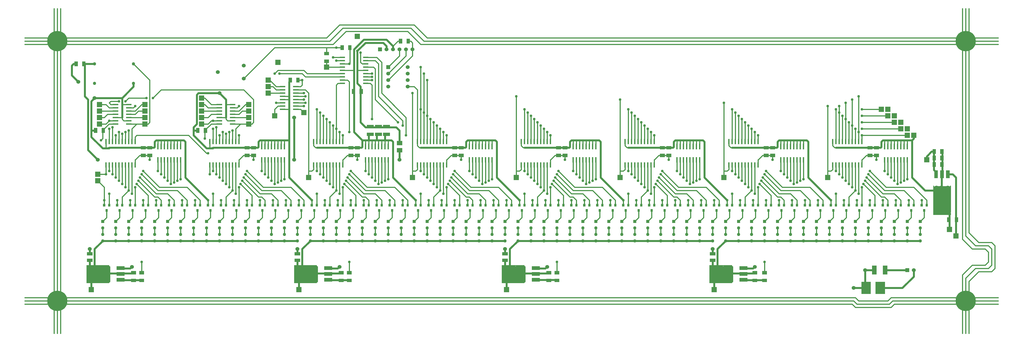
<source format=gbr>
G04 start of page 3 for group 1 idx 3
G04 Title: (unknown), component *
G04 Creator: pcb-bin 20060822 *
G04 CreationDate: Mon Jun 23 06:34:48 2008 UTC *
G04 For: pete *
G04 Format: Gerber/RS-274X *
G04 PCB-Dimensions: 1500000 500000 *
G04 PCB-Coordinate-Origin: lower left *
%MOIN*%
%FSLAX24Y24*%
%LNGROUP1*%
%ADD11C,0.0200*%
%ADD12R,0.1520X0.1520*%
%ADD13C,0.0600*%
%ADD14C,0.0150*%
%ADD15C,0.0300*%
%ADD16C,0.1000*%
%ADD17R,0.0800X0.0800*%
%ADD18C,0.0500*%
%ADD19R,0.0500X0.0500*%
%ADD20R,0.0600X0.0600*%
%ADD21C,0.0400*%
%ADD22C,0.3120*%
%ADD23R,0.0512X0.0512*%
%ADD24R,0.0560X0.0560*%
%ADD25R,0.1220X0.1220*%
%ADD26R,0.0340X0.0340*%
%ADD27R,0.0200X0.0200*%
%ADD28R,0.1450X0.1450*%
%ADD29R,0.0709X0.0709*%
%ADD30R,0.0490X0.0490*%
%ADD31R,0.0690X0.0690*%
%ADD32C,0.0420*%
%ADD33C,0.0280*%
%ADD34C,0.0350*%
%ADD35C,0.2188*%
G54D11*G36*
X140000Y18250D02*X142750D01*
Y22750D01*
X140000D01*
Y18250D01*
G37*
G36*
X77000Y10500D02*X73500D01*
Y7750D01*
X77000D01*
Y10500D01*
G37*
G36*
X45000D02*X41500D01*
Y7750D01*
X45000D01*
Y10500D01*
G37*
G36*
X109000D02*X105500D01*
Y7750D01*
X109000D01*
Y10500D01*
G37*
G36*
X13000D02*X9500D01*
Y7750D01*
X13000D01*
Y10500D01*
G37*
G54D12*%LNGROUP1_C1*%
%LPC*%
X76310Y9600D02*Y8700D01*
X44310Y9600D02*Y8700D01*
X108310Y9600D02*Y8700D01*
X12310Y9600D02*Y8700D01*
G54D13*X142500Y18750D03*
Y19750D03*
X142250Y19250D03*
X142000Y19750D03*
X142500Y20750D03*
X142250Y20250D03*
X142000Y20750D03*
X141750Y20250D03*
X141500Y20750D03*
X141250Y20250D03*
X141500Y19750D03*
X141250Y19250D03*
X141750D03*
X141000Y19750D03*
X142000Y18750D03*
X141500D03*
X141000D03*
X140500D03*
X140750Y19250D03*
X140500Y19750D03*
X140250Y19250D03*
X141000Y20750D03*
X140500D03*
X140750Y20250D03*
X140250D03*
G54D12*X140900Y22060D02*X141800D01*
X76310Y9600D02*Y8700D01*
X44310Y9600D02*Y8700D01*
X108310Y9600D02*Y8700D01*
X12310Y9600D02*Y8700D01*
G54D13*X142500Y18750D03*
Y19750D03*
X142250Y19250D03*
X142000Y19750D03*
X142500Y20750D03*
X142250Y20250D03*
X142000Y20750D03*
X141750Y20250D03*
X141500Y20750D03*
X141250Y20250D03*
X141500Y19750D03*
X141250Y19250D03*
X141750D03*
X141000Y19750D03*
X142000Y18750D03*
X141500D03*
X141000D03*
X140500D03*
X140750Y19250D03*
X140500Y19750D03*
X140250Y19250D03*
X141000Y20750D03*
X140500D03*
X140750Y20250D03*
X140250D03*
G54D12*X140900Y22060D02*X141800D01*
X76310Y9600D02*Y8700D01*
X44310Y9600D02*Y8700D01*
X108310Y9600D02*Y8700D01*
X12310Y9600D02*Y8700D01*
G54D13*X142500Y18750D03*
Y19750D03*
X142250Y19250D03*
X142000Y19750D03*
X142500Y20750D03*
X142250Y20250D03*
X142000Y20750D03*
X141750Y20250D03*
X141500Y20750D03*
X141250Y20250D03*
X141500Y19750D03*
X141250Y19250D03*
X141750D03*
X141000Y19750D03*
X142000Y18750D03*
X141500D03*
X141000D03*
X140500D03*
X140750Y19250D03*
X140500Y19750D03*
X140250Y19250D03*
X141000Y20750D03*
X140500D03*
X140750Y20250D03*
X140250D03*
G54D12*X140900Y22060D02*X141800D01*
G54D14*%LNGROUP1_D2*%
%LPD*%
X115131Y27409D02*X115250Y27291D01*
Y26750D01*
X113700Y27400D02*X115300D01*
X113000Y26700D02*X113700Y27400D01*
X99250Y27291D02*Y26750D01*
X99131Y27409D02*X99250Y27291D01*
X97700Y27400D02*X99300D01*
X131131Y27409D02*X131250Y27291D01*
X83131Y27409D02*X83250Y27291D01*
X129700Y27400D02*X131300D01*
X81700D02*X83300D01*
G54D15*X140100Y25170D02*Y28200D01*
X140440Y24830D02*X140100Y25170D01*
X140159Y26118D02*X140041Y26000D01*
X139750Y28000D02*X140000D01*
X139000Y26750D02*Y27250D01*
Y26750D02*X139250Y27000D01*
X139000Y27250D02*X139750Y28000D01*
G54D14*X131250Y27291D02*Y26750D01*
X129000Y26250D02*Y26750D01*
Y26700D02*X129700Y27400D01*
X113000Y26250D02*Y26750D01*
X81000Y26250D02*Y26750D01*
X83250Y27291D02*Y26750D01*
X81000Y26700D02*X81700Y27400D01*
X67250Y27291D02*Y26750D01*
X65000Y26250D02*Y26750D01*
X97000Y26250D02*Y26750D01*
X65000Y26700D02*X65700Y27400D01*
X97000Y26700D02*X97700Y27400D01*
X49000Y26250D02*Y26750D01*
G54D15*X55750Y44250D02*Y43750D01*
X55250Y44750D02*X55750Y44250D01*
X52500Y44750D02*X55250D01*
X51250Y38500D02*Y43500D01*
G54D14*X52250Y40500D02*X51250D01*
G54D15*X51750Y38000D02*X51250Y38500D01*
X51750Y32500D02*Y38000D01*
G54D14*X51250Y27291D02*Y26750D01*
X51131Y27409D02*X51250Y27291D01*
X49700Y27400D02*X51300D01*
G54D15*X51250Y43500D02*X52500Y44750D01*
G54D14*X49000Y44000D02*X47000D01*
X46500D02*Y43000D01*
X47000Y44000D02*X46500D01*
X46000D02*X46500D01*
G54D15*X57750Y28140D02*Y26750D01*
X57690Y28200D02*X57750Y28140D01*
Y29360D02*Y31250D01*
X57690Y29300D02*X57750Y29360D01*
Y31250D02*X57250Y31750D01*
X52500D01*
X51750Y32500D01*
G54D14*X49000Y26700D02*X49700Y27400D01*
X67131Y27409D02*X67250Y27291D01*
X65700Y27400D02*X67300D01*
X33700D02*X35300D01*
X42750Y38250D02*Y39000D01*
X42500Y38000D02*X42750Y38250D01*
X42100Y38000D02*X42500D01*
X42750Y39000D02*X42000D01*
G54D15*X41500Y33250D02*Y26750D01*
Y33250D03*
G54D14*X39400Y35500D02*X38750D01*
X38500Y44000D02*X46000D01*
X33750Y39250D02*X38500Y44000D01*
X35250Y27291D02*Y26750D01*
X35131Y27409D02*X35250Y27291D01*
X33000Y26250D02*Y26750D01*
Y26700D02*X33700Y27400D01*
X28500Y25650D02*Y24500D01*
X28722Y32250D02*X30000D01*
X27840Y31368D02*X28722Y32250D01*
X27750Y31041D02*Y30000D01*
X27840Y31131D02*X27750Y31041D01*
X19131Y27409D02*X19250Y27291D01*
Y26750D01*
X17700Y27400D02*X19300D01*
X17000Y26250D02*Y26750D01*
Y26700D02*X17700Y27400D01*
X12972Y32250D02*X13750D01*
X12090Y31368D02*X12972Y32250D01*
X12000Y30000D02*Y31000D01*
X12090Y31131D02*X12000Y31041D01*
X11750Y29750D02*X12000Y30000D01*
G54D15*X9750Y28250D02*Y36000D01*
G54D14*X12500Y25650D02*Y24500D01*
X11250D01*
G54D15*Y26750D02*X9750Y28250D01*
X9250Y36500D02*Y41500D01*
X9750Y36000D02*X9250Y36500D01*
Y41500D02*X10750D01*
G54D14*X145500Y8000D02*Y5000D01*
X149500Y13500D02*Y10000D01*
X149000Y14000D02*X149500Y13500D01*
X149000Y13000D02*Y10500D01*
X148500Y12500D02*Y11000D01*
X148000Y13000D02*X148500Y12500D01*
X145500Y15500D02*X147000Y14000D01*
X146500Y13500D02*X148500D01*
X149000Y13000D01*
X146000D02*X148000D01*
X147000Y14000D02*X149000D01*
X144500Y14500D02*X146000Y13000D01*
X149500Y10000D02*X149000Y9500D01*
X147000D01*
X145500Y4500D02*X150000D01*
X145500Y5500D02*X150000D01*
X145500D02*X144500Y4500D01*
X145000Y5000D02*X144500Y4500D01*
X145500D02*X144500Y5500D01*
X149000Y10500D02*X148500Y10000D01*
Y11000D02*X148000Y10500D01*
X148500Y10000D02*X146500D01*
X148000Y10500D02*X146000D01*
X146500Y10000D02*X145000Y8500D01*
X147000Y9500D02*X145500Y8000D01*
X145000Y15000D02*X146500Y13500D01*
X146000Y10500D02*X144500Y9000D01*
G54D15*X142500Y16000D02*X142250Y16250D01*
X142500Y16000D02*Y18500D01*
G54D16*X142000Y18750D02*X142250D01*
G54D15*X135250Y7000D02*X137000Y8750D01*
G54D14*X144500Y5500D02*X133500D01*
X133750Y5000D02*X133250Y4500D01*
X133500Y5500D02*X133000Y5000D01*
G54D15*X132040Y7000D02*X135250D01*
G54D14*X150000Y5000D02*X133750D01*
X144500Y4500D02*X134000D01*
X133000Y5000D02*X128500D01*
G54D15*X131840Y7200D02*X132040Y7000D01*
G54D14*X133250Y4500D02*X128250D01*
X128500Y5000D02*X128000Y5500D01*
X145500Y44500D02*Y15500D01*
X145000Y50000D02*Y15000D01*
X144500Y9000D02*Y5000D01*
Y44500D02*Y14500D01*
G54D16*X142250Y18750D02*Y22250D01*
X141250Y18750D02*Y22250D01*
X140750Y19250D02*X140500D01*
Y18750D02*X142250D01*
G54D15*X141350Y24830D02*X141400Y24880D01*
Y28200D01*
X141300Y22460D02*Y24400D01*
G54D16*X140500Y18750D02*Y22250D01*
G54D15*X140840Y22000D02*X141300Y22460D01*
X140840Y22000D02*X139250D01*
G54D14*X138250Y19810D02*Y20500D01*
G54D15*X137000Y8750D02*Y9750D01*
X136750Y24000D02*Y29750D01*
G54D14*X136250Y19810D02*Y20500D01*
G54D15*X136750Y24000D02*X138750Y22000D01*
X139500D01*
G54D14*X134250Y19810D02*Y20500D01*
X145500Y44500D02*X150000D01*
X145500Y45500D02*X150000D01*
X145500D02*Y50000D01*
X144500Y45500D02*Y50000D01*
Y44500D02*X145500Y45500D01*
X144500D02*X145500Y44500D01*
Y45500D02*X144500Y44500D01*
Y45500D02*X145500Y44500D01*
X135000Y29100D02*Y29750D01*
X134500Y29100D02*Y29750D01*
X134000Y29100D02*Y29750D01*
X133500Y29100D02*Y29750D01*
X133000Y29100D02*Y29750D01*
X132500Y29100D02*Y29750D01*
X124800Y28600D02*X125000D01*
G54D15*X131900D02*X129900D01*
G54D14*X124500Y29250D02*Y28900D01*
G54D15*X129800Y28600D02*X125000D01*
G54D14*X124500Y28900D02*X124800Y28600D01*
X145000Y8500D02*Y0D01*
X145500Y4500D02*Y0D01*
X144500Y4500D02*Y0D01*
X134000Y4500D02*X133500Y4000D01*
X128000D01*
X128250Y4500D02*X127750Y5000D01*
X128000Y4000D02*X127500Y4500D01*
X136000Y29100D02*Y29750D01*
G54D15*X136750D02*X136500D01*
G54D14*X135500Y29100D02*Y29750D01*
G54D15*X136500D02*X132250D01*
X136750D02*X137000Y30000D01*
G54D14*X132250Y19810D02*Y20500D01*
G54D15*X132000Y29500D02*Y28750D01*
X132250Y29750D02*X132000Y29500D01*
Y28700D02*X131900Y28600D01*
X137000Y30000D02*Y30500D01*
G54D14*X130250Y19810D02*Y20500D01*
X128250Y19810D02*Y20500D01*
X126250Y19810D02*Y20500D01*
G54D15*X124250D02*X120750Y24000D01*
G54D14*X124250Y19810D02*Y20500D01*
X122250Y19810D02*Y20500D01*
X120250Y19810D02*Y20500D01*
X118250Y19810D02*Y20500D01*
X116250Y19810D02*Y20500D01*
G54D15*X120750Y24000D02*Y29500D01*
X120500Y29750D01*
G54D14*X120000Y29100D02*Y29750D01*
X119000Y29100D02*Y29750D01*
X119500Y29100D02*Y29750D01*
X118500Y29100D02*Y29750D01*
X118000Y29100D02*Y29750D01*
X117500Y29100D02*Y29750D01*
G54D15*X120500D02*X116250D01*
G54D14*X117000Y29100D02*Y29750D01*
X116500Y29100D02*Y29750D01*
G54D15*X116000Y29500D02*Y28750D01*
X116250Y29750D02*X116000Y29500D01*
Y28700D02*X115900Y28600D01*
G54D14*X114000Y9458D02*Y11000D01*
G54D15*X115900Y28600D02*X113900D01*
G54D14*X114250Y19810D02*Y20500D01*
X110250Y19810D02*Y20500D01*
X112250Y19810D02*Y20500D01*
X108250Y19810D02*Y20500D01*
X106250Y19810D02*Y20500D01*
X104250Y19810D02*Y20500D01*
X102250Y19810D02*Y20500D01*
X100250Y19810D02*Y20500D01*
X98250Y19810D02*Y20500D01*
G54D15*X104750Y24000D02*Y29500D01*
X104500Y29750D01*
G54D14*X103000Y29100D02*Y29750D01*
X103500Y29100D02*Y29750D01*
X102500Y29100D02*Y29750D01*
X104000Y29100D02*Y29750D01*
X102000Y29100D02*Y29750D01*
X101500Y29100D02*Y29750D01*
X101000Y29100D02*Y29750D01*
G54D15*X104500D02*X100250D01*
G54D14*X100500Y29100D02*Y29750D01*
G54D15*X100000Y29500D02*Y28750D01*
X100250Y29750D02*X100000Y29500D01*
Y28700D02*X99900Y28600D01*
X97900D01*
X108250Y20500D02*X104750Y24000D01*
G54D14*X96250Y19810D02*Y20500D01*
X92250Y19810D02*Y20500D01*
X94250Y19810D02*Y20500D01*
X90250Y19810D02*Y20500D01*
G54D15*X92250D02*X88750Y24000D01*
X106000Y12430D02*Y13000D01*
G54D14*X82000Y11000D02*Y9250D01*
G54D15*X81881Y9340D02*X82000Y9458D01*
X74000Y12430D02*Y13000D01*
X105820Y12250D02*X106000Y12430D01*
X73820Y12250D02*X74000Y12430D01*
X113800Y28600D02*X109000D01*
G54D14*X108800D02*X109000D01*
X108500Y29250D02*Y28900D01*
X108800Y28600D01*
X92500Y28900D02*X92800Y28600D01*
G54D15*X88750Y24000D02*Y29500D01*
G54D14*X92800Y28600D02*X93000D01*
X88250Y19810D02*Y20500D01*
X86250Y19810D02*Y20500D01*
X84250Y19810D02*Y20500D01*
X82250Y19810D02*Y20500D01*
X92500Y29250D02*Y28900D01*
X80250Y19810D02*Y20500D01*
G54D15*X97800Y28600D02*X93000D01*
G54D14*X86500Y29100D02*Y29750D01*
X86000Y29100D02*Y29750D01*
X85500Y29100D02*Y29750D01*
X85000Y29100D02*Y29750D01*
G54D15*X88750Y29500D02*X88500Y29750D01*
G54D14*X88000Y29100D02*Y29750D01*
X87500Y29100D02*Y29750D01*
X87000Y29100D02*Y29750D01*
G54D15*X88500D02*X84250D01*
X84000Y29500D01*
G54D14*X84500Y29100D02*Y29750D01*
G54D15*X84000Y29500D02*Y28750D01*
Y28700D02*X83900Y28600D01*
X81900D01*
X81800D02*X77000D01*
G54D14*X144500Y45500D02*X62000D01*
X61500Y45000D02*X150000D01*
X144500Y44500D02*X61000D01*
G54D15*X72750Y24000D02*Y29500D01*
G54D14*X76800Y28600D02*X77000D01*
X76500Y28900D02*X76800Y28600D01*
X76500Y29250D02*Y28900D01*
G54D15*X72750Y29500D02*X72500Y29750D01*
G54D14*X71500Y29100D02*Y29750D01*
X72000Y29100D02*Y29750D01*
X71000Y29100D02*Y29750D01*
X69000Y29100D02*Y29750D01*
X70500Y29100D02*Y29750D01*
X70000Y29100D02*Y29750D01*
X69500Y29100D02*Y29750D01*
G54D15*X72500D02*X68250D01*
X68000Y29500D01*
G54D14*X68500Y29100D02*Y29750D01*
G54D15*X68000Y29500D02*Y28750D01*
Y28700D02*X67900Y28600D01*
X65900D01*
X76250Y20500D02*X72750Y24000D01*
X60250Y20500D02*X56750Y24000D01*
G54D14*X60800Y28600D02*X61000D01*
X60500Y28900D02*X60800Y28600D01*
X60500Y29250D02*Y28900D01*
X56000Y29100D02*Y29750D01*
G54D15*X56750Y24000D02*Y29500D01*
G54D14*X55500Y29100D02*Y29750D01*
G54D15*X56750Y29500D02*X56500Y29750D01*
G54D14*X55000Y29100D02*Y29750D01*
G54D15*X65800Y28600D02*X61000D01*
G54D14*X54500Y29100D02*Y29750D01*
X54000Y29100D02*Y29750D01*
X53500Y29100D02*Y29750D01*
X53000Y29100D02*Y29750D01*
G54D15*X52000D02*Y29500D01*
X56500Y29750D02*X52000D01*
G54D14*X60500Y29850D02*Y37500D01*
X60000Y38000D01*
X59000D01*
G54D15*X55500Y30634D02*Y29750D01*
X55474Y30659D02*X55500Y30634D01*
X54224Y30659D02*X54250Y30634D01*
X53000D02*Y29750D01*
X54250Y30634D02*Y29750D01*
X52974Y30659D02*X53000Y30634D01*
G54D14*X57500Y45000D02*X58000D01*
X56750Y44250D02*X57500Y45000D01*
G54D15*X56750Y44250D02*Y43750D01*
X55750Y45250D02*X56750Y44250D01*
G54D14*X59000Y46500D02*X49500D01*
X59500Y47000D02*X49000D01*
X62000Y45500D02*X60000Y47500D01*
X61500Y45000D02*X59500Y47000D01*
X61000Y44500D02*X59000Y46500D01*
X60000Y47500D02*X48500D01*
G54D15*X50750Y31000D02*Y43750D01*
X52250Y45250D02*X55750D01*
X50750Y43750D02*X52250Y45250D01*
G54D14*X49250Y40500D02*X50750D01*
X49500Y46500D02*X47500Y44500D01*
X49000Y47000D02*X47000Y45000D01*
X48500Y47500D02*X46500Y45500D01*
X52500Y29100D02*Y29750D01*
G54D15*X52000Y29500D02*Y28750D01*
Y28700D02*X51900Y28600D01*
X49900D01*
X52000Y29750D02*X50750Y31000D01*
G54D14*X50000Y9458D02*Y11000D01*
G54D15*X49800Y28600D02*X45000D01*
G54D14*X44800D02*X45000D01*
X44500Y29250D02*Y28900D01*
X44800Y28600D01*
X42250Y19810D02*Y20500D01*
G54D15*X42000Y12430D02*Y13000D01*
X41820Y12250D02*X42000Y12430D01*
X44250Y20500D02*X40750Y24000D01*
X26500Y32250D02*Y36750D01*
X26000Y31750D02*X26500Y32250D01*
Y36750D02*X26750Y37000D01*
X26000Y30500D02*Y31750D01*
X28000Y28500D02*X26000Y30500D01*
Y31250D02*X26500D01*
X24750Y29500D02*X24500Y29750D01*
G54D14*X24000Y29100D02*Y29750D01*
X26250Y19810D02*Y20500D01*
X24250Y19810D02*Y20500D01*
X22250Y19810D02*Y20500D01*
X22220Y19780D02*X22250Y19810D01*
X20250D02*Y20500D01*
G54D15*X28250D02*X24750Y24000D01*
G54D14*X26220Y19780D02*X26250Y19810D01*
X24220Y19780D02*X24250Y19810D01*
X28220Y19780D02*X28250Y19810D01*
X20220Y19780D02*X20250Y19810D01*
G54D15*X24750Y24000D02*Y29500D01*
G54D14*X23000Y29100D02*Y29750D01*
X23500Y29100D02*Y29750D01*
X22500Y29100D02*Y29750D01*
X22000Y29100D02*Y29750D01*
X21500Y29100D02*Y29750D01*
G54D15*X24500D02*X20250D01*
G54D14*X21000Y29100D02*Y29750D01*
X20500Y29100D02*Y29750D01*
G54D15*X20000Y29500D02*Y28750D01*
X20250Y29750D02*X20000Y29500D01*
Y28700D02*X19900Y28600D01*
X17900D01*
G54D14*X60250Y19810D02*Y20500D01*
X58250Y19810D02*Y20500D01*
X54250Y19810D02*Y20500D01*
X56250Y19810D02*Y20500D01*
X52250Y19810D02*Y20500D01*
X50250Y19810D02*Y20500D01*
X48250Y19810D02*Y20500D01*
X46250Y19810D02*Y20500D01*
X44250Y19810D02*Y20500D01*
X78250Y19810D02*Y20500D01*
X74250Y19810D02*Y20500D01*
X76250Y19810D02*Y20500D01*
X72250Y19810D02*Y20500D01*
X70250Y19810D02*Y20500D01*
X68250Y19810D02*Y20500D01*
X66250Y19810D02*Y20500D01*
X64250Y19810D02*Y20500D01*
X62250Y19810D02*Y20500D01*
X128000Y5500D02*X5500D01*
X127750Y5000D02*X5500D01*
X127500Y4500D02*X5000D01*
G54D15*X15000Y33250D02*Y36250D01*
G54D14*X15250Y32750D02*X15424D01*
X15700D02*X15500D01*
X15000Y33000D02*Y33250D01*
X15700Y32750D02*X15250D01*
X15000Y33000D02*X15250Y32750D01*
X14300Y33250D02*X15000D01*
X12500Y29000D02*Y28500D01*
Y29250D02*Y28900D01*
G54D15*X10250Y30250D02*Y35750D01*
Y31250D02*X10750D01*
X10250Y35750D02*X10750Y36250D01*
X12000Y28500D02*X10250Y30250D01*
X16750Y38000D02*Y38500D01*
X15000Y36250D02*X16750Y38000D01*
X10750Y36250D02*X15000D01*
G54D14*X15700Y35250D02*X15000D01*
G54D15*X7500Y41500D02*X7750D01*
X7250Y39750D02*Y41250D01*
X7500Y41500D01*
X8250Y38750D02*X7250Y39750D01*
X17800Y28600D02*X13000D01*
G54D14*X12800D02*X13000D01*
G54D15*Y28500D02*X12000D01*
G54D14*X11250Y23500D02*X12250Y22500D01*
G54D15*X10000Y12458D02*Y13000D01*
G54D14*X12250Y19810D02*Y22500D01*
G54D15*X9881Y12340D02*X10000Y12458D01*
G54D14*X5500Y45500D02*Y50000D01*
X5000D02*Y0D01*
Y5000D02*X5500Y4500D01*
Y0D01*
X4500Y45500D02*Y50000D01*
G54D15*X5000Y45000D02*X5500Y45500D01*
G54D14*X5000Y45000D02*X4500Y44500D01*
G54D15*X6000Y46000D01*
G54D14*X5500Y44500D02*Y5500D01*
X4500D02*X0D01*
X4500Y44500D02*Y5500D01*
X5000Y5000D02*X0D01*
G54D15*X5500Y45500D02*X4500Y44500D01*
G54D14*Y45500D02*X5500Y44500D01*
X4500D02*X0D01*
G54D15*X4500Y45500D02*X5500Y44500D01*
G54D14*X4500Y45500D02*X0D01*
X18250Y19810D02*Y20500D01*
X18220Y19780D02*X18250Y19810D01*
X18000Y9458D02*Y11000D01*
X17881Y9340D02*X18000Y9458D01*
X16220Y19780D02*X16250Y19810D01*
Y20500D01*
X14250Y19810D02*Y20500D01*
X14220Y19780D02*X14250Y19810D01*
X12220Y19780D02*X12250Y19810D01*
X4500Y4500D02*Y0D01*
G54D15*X5000Y5000D02*X4500Y5500D01*
X5500D02*X4500Y4500D01*
G54D14*X5000Y5000D02*X4500Y4500D01*
X0D01*
X40220Y19780D02*X40250Y19810D01*
X38500Y29100D02*Y29750D01*
X38000Y29100D02*Y29750D01*
X37500Y29100D02*Y29750D01*
G54D15*X40500D02*X36250D01*
G54D14*X39500Y29100D02*Y29750D01*
X40000Y29100D02*Y29750D01*
X39000Y29100D02*Y29750D01*
X36500Y29100D02*Y29750D01*
G54D15*X36000Y29500D02*Y28750D01*
G54D14*X37000Y29100D02*Y29750D01*
G54D15*X36250D02*X36000Y29500D01*
Y28700D02*X35900Y28600D01*
G54D14*X38250Y19810D02*Y20500D01*
X36220Y19780D02*X36250Y19810D01*
X38220Y19780D02*X38250Y19810D01*
X34250D02*Y20500D01*
X36250Y19810D02*Y20500D01*
X34220Y19780D02*X34250Y19810D01*
G54D15*X40909Y38881D02*X40750Y38722D01*
Y33000D01*
Y29750D02*X40500D01*
X40750Y24000D02*Y33000D01*
G54D14*X40250Y19810D02*Y20500D01*
X40050Y36500D02*X40750D01*
X40050Y34500D02*X40750D01*
X40050Y36000D02*X40750D01*
G54D15*X35900Y28600D02*X33900D01*
G54D14*X32220Y19780D02*X32250Y19810D01*
Y20500D01*
X30250Y19810D02*Y20500D01*
X30220Y19780D02*X30250Y19810D01*
X28250D02*Y20500D01*
X31700Y32750D02*X31250D01*
X31000Y33000D02*Y33250D01*
X31250Y32750D02*X31000Y33000D01*
X30300Y33250D02*X31000D01*
X31700Y35250D02*X31000D01*
G54D15*Y36000D02*Y33250D01*
Y36000D02*X30000Y37000D01*
X33800Y28600D02*X29000D01*
G54D14*X28800D02*X29000D01*
X28500Y29250D02*Y28900D01*
Y29000D02*Y28500D01*
G54D15*X29000D02*X28000D01*
X26750Y37000D02*X30000D01*
G54D14*X46500Y45500D02*X6000D01*
X47500Y44500D02*X5000D01*
X47000Y45000D02*X0D01*
X136000Y26400D02*Y23750D01*
X135500Y26400D02*Y23500D01*
X135000Y26400D02*Y23250D01*
X134500Y26400D02*Y23000D01*
X134000Y26400D02*Y23500D01*
X133500Y26400D02*Y24000D01*
X139000Y19780D02*Y20500D01*
X137000Y19780D02*Y20500D01*
X139000D02*X137000Y22500D01*
X132750D01*
G54D15*X143500Y15000D02*Y24000D01*
G54D14*X137000Y20500D02*X135500Y22000D01*
X135000Y19780D02*Y20500D01*
X134000Y21500D01*
X135500Y22000D02*X132500D01*
X134000Y21500D02*X132250D01*
X130000Y24500D02*X132500Y22000D01*
X129750Y24000D02*X132250Y21500D01*
X132000Y21000D02*X132500D01*
X133000Y20500D01*
X131000Y21250D02*Y19750D01*
X133000Y20500D02*Y19750D01*
X129500Y23500D02*X132000Y21000D01*
X133000Y26400D02*Y24500D01*
X132500Y26400D02*Y25000D01*
X132750Y22500D02*X130250Y25000D01*
X129000Y22500D02*Y19750D01*
X128500Y26250D02*Y21500D01*
X128000Y26250D02*Y22000D01*
X127000Y21000D02*Y19750D01*
Y26250D02*Y23000D01*
X127500Y25650D02*Y22500D01*
X128000Y22000D02*X127000Y21000D01*
X126500Y25650D02*Y23500D01*
X126000Y26250D02*Y24000D01*
X125500Y25650D02*Y24500D01*
X125000Y25650D02*Y25000D01*
X124500Y25650D02*Y25250D01*
X124250Y25000D01*
X123750D01*
Y25250D02*Y24000D01*
X123000Y19780D02*Y20500D01*
X121000Y19780D02*Y20500D01*
X125000Y21500D02*Y19750D01*
X123000Y20500D02*X121000Y22500D01*
X120000Y26400D02*Y23750D01*
X119500Y26400D02*Y23500D01*
X121000Y20500D02*X119500Y22000D01*
X119000Y20500D02*X118000Y21500D01*
X119000Y26400D02*Y23250D01*
X118500Y26400D02*Y23000D01*
X118000Y26400D02*Y23500D01*
X117500Y26400D02*Y24000D01*
X117000Y26400D02*Y24500D01*
X116500Y26400D02*Y25000D01*
X129250Y23000D02*X131000Y21250D01*
X113250Y23000D02*X115000Y21250D01*
X103000Y26400D02*Y23250D01*
X102500Y26400D02*Y23000D01*
X103500Y26400D02*Y23500D01*
X102000Y26400D02*Y23500D01*
X104000Y26400D02*Y23750D01*
X101500Y26400D02*Y24000D01*
X101000Y26400D02*Y24500D01*
X108500Y25650D02*Y25250D01*
X108250Y25000D01*
X107750D01*
Y25250D02*Y24000D01*
X100500Y26400D02*Y25000D01*
G54D15*X143000Y24500D02*X142250D01*
G54D14*X105000Y22500D02*X100750D01*
X114000Y24500D02*X116500Y22000D01*
X103500D02*X100500D01*
G54D15*X143500Y24000D02*X143000Y24500D01*
G54D14*X102000Y21500D02*X100250D01*
X138000Y15250D02*Y16250D01*
X134000Y15250D02*Y16250D01*
X136000Y15250D02*Y16250D01*
G54D15*Y9750D02*X132750D01*
G54D14*X134600Y17850D02*Y18900D01*
X132600Y17850D02*Y18900D01*
X136600Y17850D02*Y18900D01*
X130600Y17850D02*Y18900D01*
X138600Y17850D02*Y18900D01*
X128600Y17850D02*Y18900D01*
X134000Y17250D02*X134600Y17850D01*
X132000Y17250D02*X132600Y17850D01*
X136000Y17250D02*X136600Y17850D01*
X130000Y17250D02*X130600Y17850D01*
X138000Y17250D02*X138600Y17850D01*
X128000Y17250D02*X128600Y17850D01*
X126600D02*Y18900D01*
X124000Y17250D02*X124600Y17850D01*
X126000Y17250D02*X126600Y17850D01*
X122000Y17250D02*X122600Y17850D01*
X120600D02*Y18900D01*
X118600Y17850D02*Y18900D01*
X122600Y17850D02*Y18900D01*
X116600Y17850D02*Y18900D01*
X124600Y17850D02*Y18900D01*
X114600Y17850D02*Y18900D01*
X120000Y17250D02*X120600Y17850D01*
X118000Y17250D02*X118600Y17850D01*
X116000Y17250D02*X116600Y17850D01*
X114000Y17250D02*X114600Y17850D01*
X132000Y15250D02*Y16250D01*
X130000Y15250D02*Y16250D01*
X128000Y15250D02*Y16250D01*
G54D15*X130923Y10084D02*X130588Y9750D01*
X129500Y8661D02*Y7000D01*
X130588Y9750D02*X129500D01*
Y8500D01*
Y7000D02*X127750D01*
X138000Y14250D02*X122000D01*
G54D14*X126000Y15250D02*Y16250D01*
X124000Y15250D02*Y16250D01*
X122000Y15250D02*Y16250D01*
X120000Y15250D02*Y16250D01*
G54D15*X111140Y10000D02*X112250D01*
X113841Y8200D02*X110900D01*
X109000Y9250D02*X112250D01*
X109000Y10250D02*Y8000D01*
Y10250D02*X107750D01*
X107500Y8250D02*Y10250D01*
X107750D02*Y8250D01*
X109000Y8000D02*X107500D01*
X106750Y13000D02*Y10500D01*
X108000Y14250D02*X106750Y13000D01*
X106250Y6750D02*Y8000D01*
X106000Y11041D02*Y10250D01*
G54D14*X112600Y17850D02*Y18900D01*
X110000Y17250D02*X110600Y17850D01*
X112000Y17250D02*X112600Y17850D01*
X108000Y17250D02*X108600Y17850D01*
X106600D02*Y18900D01*
X104600Y17850D02*Y18900D01*
X108600Y17850D02*Y18900D01*
X102600Y17850D02*Y18900D01*
X110600Y17850D02*Y18900D01*
X100600Y17850D02*Y18900D01*
X106000Y17250D02*X106600Y17850D01*
X104000Y17250D02*X104600Y17850D01*
X102000Y17250D02*X102600Y17850D01*
X100000Y17250D02*X100600Y17850D01*
X118000Y15250D02*Y16250D01*
X116000Y15250D02*Y16250D01*
X114000Y15250D02*Y16250D01*
X112000Y15250D02*Y16250D01*
X110000Y15250D02*Y16250D01*
G54D15*X108000Y14250D02*X122000D01*
G54D14*X108000Y15250D02*Y16250D01*
X106000Y15250D02*Y16250D01*
X104000Y15250D02*Y16250D01*
X102000Y15250D02*Y16250D01*
X100000Y15250D02*Y16250D01*
X129000Y34500D02*X132000D01*
X129000Y33500D02*X133000D01*
X129000Y29850D02*Y30500D01*
X136000D01*
X129000Y31500D02*X135000D01*
X128000Y29850D02*Y31500D01*
X129000Y32500D02*X134000D01*
X127000Y29850D02*Y32500D01*
X128500Y29850D02*Y36500D01*
X127500Y29850D02*Y36000D01*
X126500Y29850D02*Y35500D01*
X126000Y29850D02*Y33500D01*
X125500Y29850D02*Y35000D01*
X125000Y29850D02*Y34500D01*
X123750Y25250D02*Y35000D01*
X119000Y19780D02*Y20500D01*
X119500Y22000D02*X116500D01*
X121000Y22500D02*X116750D01*
X118000Y21500D02*X116250D01*
X116000Y21000D02*X116500D01*
X117000Y20500D01*
Y19750D01*
X115000Y21250D02*Y19750D01*
X113750Y24000D02*X116250Y21500D01*
X113500Y23500D02*X116000Y21000D01*
X116750Y22500D02*X114250Y25000D01*
X113000Y22500D02*Y19750D01*
X112500Y26250D02*Y21500D01*
X111000Y21000D02*Y19750D01*
X112000Y22000D02*X111000Y21000D01*
X111500Y25650D02*Y22500D01*
X112000Y26250D02*Y22000D01*
X111000Y26250D02*Y23000D01*
X110500Y25650D02*Y23500D01*
X110000Y26250D02*Y24000D01*
X109500Y25650D02*Y24500D01*
X109000Y25650D02*Y25000D01*
X113000Y29850D02*Y30500D01*
X112500Y29850D02*Y31000D01*
X112000Y29850D02*Y31500D01*
X111500Y29850D02*Y32000D01*
X111000Y29850D02*Y32500D01*
X110500Y29850D02*Y33000D01*
X110000Y29850D02*Y33500D01*
X109500Y29850D02*Y34000D01*
X109000Y29850D02*Y34500D01*
X107750Y25250D02*Y35500D01*
X107000Y19780D02*Y20500D01*
X105000Y19780D02*Y20500D01*
X107000D02*X105000Y22500D01*
Y20500D02*X103500Y22000D01*
X103000Y19780D02*Y20500D01*
X102000Y21500D01*
X109000D02*Y19750D01*
X100000Y21000D02*X100500D01*
X101000Y20500D01*
Y19750D01*
X99000Y21250D02*Y19750D01*
X97000Y22500D02*Y19750D01*
Y29850D02*Y30500D01*
X96500Y26250D02*Y21500D01*
Y29850D02*Y31000D01*
X95000Y21000D02*Y19750D01*
Y26250D02*Y23000D01*
X97750Y24000D02*X100250Y21500D01*
X97500Y23500D02*X100000Y21000D01*
X98000Y24500D02*X100500Y22000D01*
X97250Y23000D02*X99000Y21250D01*
X100750Y22500D02*X98250Y25000D01*
X96000Y22000D02*X95000Y21000D01*
Y29850D02*Y32500D01*
X94500Y29850D02*Y33000D01*
X94000Y29850D02*Y33500D01*
X93500Y29850D02*Y34000D01*
X93000Y29850D02*Y34500D01*
X96000Y26250D02*Y22000D01*
Y29850D02*Y31500D01*
X95500Y25650D02*Y22500D01*
Y29850D02*Y32000D01*
X94500Y25650D02*Y23500D01*
X94000Y26250D02*Y24000D01*
X93500Y25650D02*Y24500D01*
X91750Y25250D02*Y24000D01*
Y25250D02*Y36000D01*
X93000Y25650D02*Y25000D01*
X92500Y25650D02*Y25250D01*
X92250Y25000D01*
X91750D01*
X91000Y19780D02*Y20500D01*
X89000Y19780D02*Y20500D01*
X93000Y21500D02*Y19750D01*
X91000Y20500D02*X89000Y22500D01*
Y20500D02*X87500Y22000D01*
X87000Y19780D02*Y20500D01*
X86000Y21500D01*
X87500Y22000D02*X84500D01*
X89000Y22500D02*X84750D01*
X86000Y21500D02*X84250D01*
X84000Y21000D02*X84500D01*
X85000Y20500D01*
Y19750D01*
X83000Y21250D02*Y19750D01*
X86500Y26400D02*Y23000D01*
X86000Y26400D02*Y23500D01*
X87500Y26400D02*Y23500D01*
X88000Y26400D02*Y23750D01*
X87000Y26400D02*Y23250D01*
X85500Y26400D02*Y24000D01*
X85000Y26400D02*Y24500D01*
X84500Y26400D02*Y25000D01*
X79000Y29850D02*Y32500D01*
X78500Y29850D02*Y33000D01*
X78000Y29850D02*Y33500D01*
X77500Y29850D02*Y34000D01*
X77000Y29850D02*Y34500D01*
X81000Y22500D02*Y19750D01*
Y29850D02*Y30500D01*
X80500Y26250D02*Y21500D01*
Y29850D02*Y31000D01*
G54D15*X79080Y8250D02*X82000D01*
X79140Y10000D02*X80250D01*
G54D14*X79000Y21000D02*Y19750D01*
Y26250D02*Y23000D01*
X81750Y24000D02*X84250Y21500D01*
X82000Y24500D02*X84500Y22000D01*
X81500Y23500D02*X84000Y21000D01*
X84750Y22500D02*X82250Y25000D01*
X81250Y23000D02*X83000Y21250D01*
X80000Y22000D02*X79000Y21000D01*
G54D15*X77000Y9250D02*X80500D01*
G54D14*X80000Y26250D02*Y22000D01*
Y29850D02*Y31500D01*
X79500Y25650D02*Y22500D01*
Y29850D02*Y32000D01*
X78500Y25650D02*Y23500D01*
X78000Y26250D02*Y24000D01*
X77500Y25650D02*Y24500D01*
X75750Y25250D02*Y36500D01*
X77000Y25650D02*Y25000D01*
X76500Y25650D02*Y25250D01*
X76250Y25000D01*
X75750D01*
Y25250D02*Y24000D01*
G54D15*X74750Y13000D02*Y10500D01*
X76000Y14250D02*X74750Y13000D01*
X74250Y6750D02*Y8000D01*
X77000Y10250D02*Y8000D01*
X75500Y8250D02*Y10250D01*
X77000D02*X75750D01*
X77000Y8000D02*X75500D01*
X75750Y10250D02*Y8250D01*
X74000Y11041D02*Y10250D01*
G54D14*X75000Y19780D02*Y20500D01*
X73000Y19780D02*Y20500D01*
X77000Y21500D02*Y19750D01*
X75000Y20500D02*X73000Y22500D01*
Y20500D02*X71500Y22000D01*
X71000Y19780D02*Y20500D01*
X70000Y21500D01*
X71000Y26400D02*Y23250D01*
X71500Y26400D02*Y23500D01*
X70500Y26400D02*Y23000D01*
X72000Y26400D02*Y23750D01*
X70000Y26400D02*Y23500D01*
X71500Y22000D02*X68500D01*
X73000Y22500D02*X68750D01*
X70000Y21500D02*X68250D01*
X69000Y20500D02*Y19750D01*
X68500Y21000D02*X69000Y20500D01*
X68000Y21000D02*X68500D01*
X67000Y21250D02*Y19750D01*
X69500Y26400D02*Y24000D01*
X69000Y26400D02*Y24500D01*
X68500Y26400D02*Y25000D01*
X60500Y25650D02*Y25250D01*
X60250Y25000D01*
X59750Y25250D02*Y24000D01*
X60250Y25000D02*X59750D01*
X58750Y33250D02*Y30500D01*
X58250Y32750D02*Y32000D01*
X84600Y17850D02*Y18900D01*
X82000Y17250D02*X82600Y17850D01*
X84000Y17250D02*X84600Y17850D01*
X80000Y17250D02*X80600Y17850D01*
X78600D02*Y18900D01*
X76600Y17850D02*Y18900D01*
X80600Y17850D02*Y18900D01*
X74600Y17850D02*Y18900D01*
X82600Y17850D02*Y18900D01*
X72600Y17850D02*Y18900D01*
X78000Y17250D02*X78600Y17850D01*
X76000Y17250D02*X76600Y17850D01*
X74000Y17250D02*X74600Y17850D01*
X72000Y17250D02*X72600Y17850D01*
X98600D02*Y18900D01*
X96000Y17250D02*X96600Y17850D01*
X98000Y17250D02*X98600Y17850D01*
X94000Y17250D02*X94600Y17850D01*
X92600D02*Y18900D01*
X90600Y17850D02*Y18900D01*
X94600Y17850D02*Y18900D01*
X88600Y17850D02*Y18900D01*
X96600Y17850D02*Y18900D01*
X86600Y17850D02*Y18900D01*
X92000Y17250D02*X92600Y17850D01*
X90000Y17250D02*X90600Y17850D01*
X88000Y17250D02*X88600Y17850D01*
X86000Y17250D02*X86600Y17850D01*
X98000Y15250D02*Y16250D01*
X96000Y15250D02*Y16250D01*
X90000Y15250D02*Y16250D01*
X92000Y15250D02*Y16250D01*
X94000Y15250D02*Y16250D01*
X88000Y15250D02*Y16250D01*
X64000Y15250D02*Y16250D01*
X70600Y17850D02*Y18900D01*
X68000Y17250D02*X68600Y17850D01*
X70000Y17250D02*X70600Y17850D01*
X66000Y17250D02*X66600Y17850D01*
X64600D02*Y18900D01*
X62600Y17850D02*Y18900D01*
X66600Y17850D02*Y18900D01*
X60600Y17850D02*Y18900D01*
X68600Y17850D02*Y18900D01*
X58600Y17850D02*Y18900D01*
X64000Y17250D02*X64600Y17850D01*
X62000Y17250D02*X62600Y17850D01*
X60000Y17250D02*X60600Y17850D01*
X58000Y17250D02*X58600Y17850D01*
X82000Y15250D02*Y16250D01*
X80000Y15250D02*Y16250D01*
X86000Y15250D02*Y16250D01*
X84000Y15250D02*Y16250D01*
G54D15*X76000Y14250D02*X90000D01*
G54D14*X76000Y15250D02*Y16250D01*
X78000Y15250D02*Y16250D01*
X74000Y15250D02*Y16250D01*
X72000Y15250D02*Y16250D01*
X70000Y15250D02*Y16250D01*
X68000Y15250D02*Y16250D01*
X66000Y15250D02*Y16250D01*
G54D15*X106000Y14250D02*X90000D01*
X74000D02*X58000D01*
G54D14*X65000Y22500D02*Y19750D01*
Y29850D02*Y30500D01*
X64500Y26250D02*Y21500D01*
Y29850D02*Y31000D01*
X64000Y26250D02*Y22000D01*
Y29850D02*Y31500D01*
X63500Y25650D02*Y22500D01*
Y29850D02*Y32000D01*
X65750Y24000D02*X68250Y21500D01*
X65500Y23500D02*X68000Y21000D01*
X66000Y24500D02*X68500Y22000D01*
X65250Y23000D02*X67000Y21250D01*
X68750Y22500D02*X66250Y25000D01*
X64000Y22000D02*X63000Y21000D01*
Y19750D01*
Y26250D02*Y23000D01*
Y29850D02*Y32500D01*
X62500Y29850D02*Y33000D01*
Y25650D02*Y23500D01*
X62000Y26250D02*Y24000D01*
X61500Y25650D02*Y24500D01*
X61000Y25650D02*Y25000D01*
X62000Y29850D02*Y39000D01*
X61500Y29850D02*Y40000D01*
X61000Y29850D02*Y41000D01*
X59750Y25250D02*Y37000D01*
X52850Y39500D02*X53500D01*
X55000Y41750D02*Y37000D01*
X54500Y41500D02*Y36500D01*
X52850Y40000D02*X53500D01*
X53750Y41000D02*X54000Y40750D01*
X52850Y41000D02*X53750D01*
X54250Y42500D02*X55000Y41750D01*
X54000Y42000D02*X54500Y41500D01*
X52850Y42000D02*X54000D01*
X52850Y42500D02*X54250D01*
X54500Y36500D02*X58250Y32750D01*
X54000Y40750D02*Y36000D01*
X53500Y38250D02*Y33000D01*
X53250Y38500D02*X53500Y38250D01*
X55000Y37000D02*X58750Y33250D01*
X52850Y38500D02*X53250D01*
X54000Y36000D02*X57500Y32500D01*
X52850Y39000D02*X53500D01*
X59000Y19780D02*Y20500D01*
X57000Y19780D02*Y20500D01*
X61000Y21500D02*Y19750D01*
X59000Y20500D02*X57000Y22500D01*
X55000Y19780D02*Y20500D01*
X54000Y21500D01*
X55500Y22000D02*X52500D01*
X57000Y22500D02*X52750D01*
X54000Y21500D02*X52250D01*
X52000Y21000D02*X52500D01*
X53000Y20500D01*
Y19750D01*
X51000Y21250D02*Y19750D01*
X59750Y44750D02*X59500Y45000D01*
X59000D01*
X58750Y42750D02*Y43750D01*
X59750Y44750D02*Y42750D01*
X57750D02*Y43750D01*
X56000Y41000D02*X57750Y42750D01*
X56000Y39000D02*X59750Y42750D01*
X56000Y40000D02*X58750Y42750D01*
X57000Y20500D02*X55500Y22000D01*
X52250Y41500D02*X52000D01*
X51750Y41750D02*Y43250D01*
X52000Y41500D02*X51750Y41750D01*
X48650Y42000D02*X48000D01*
X55000Y23250D02*Y26500D01*
X55500Y26400D02*Y23500D01*
X54500Y23000D02*Y26500D01*
X54000Y23500D02*Y26500D01*
X53500Y24000D02*Y26500D01*
X53000Y24500D02*Y26500D01*
X52500Y25000D02*Y26500D01*
X49000Y22500D02*Y19750D01*
X48500Y26250D02*Y21500D01*
X56000Y26400D02*Y23750D01*
X49750Y24000D02*X52250Y21500D01*
X50000Y24500D02*X52500Y22000D01*
X49500Y23500D02*X52000Y21000D01*
X52750Y22500D02*X50250Y25000D01*
X49250Y23000D02*X51000Y21250D01*
X48000Y22000D02*X47000Y21000D01*
X50000Y38750D02*Y31000D01*
X49750Y39000D02*X50000Y38750D01*
Y41500D02*X50100Y41600D01*
X49250Y39000D02*X49750D01*
X50100Y41600D02*Y44000D01*
X49250Y41500D02*X50000D01*
X49000Y29850D02*Y30500D01*
X48000Y38250D02*Y32500D01*
X48500Y29850D02*Y31000D01*
X48000Y32500D02*Y32250D01*
X47500Y25650D02*Y22500D01*
X48000Y29850D02*Y32250D01*
X47500Y29850D02*Y32000D01*
X47000Y29850D02*Y32500D01*
X48650Y38500D02*X48250D01*
X48000Y38250D01*
X48650Y42500D02*X47500D01*
X46500Y41791D02*Y41000D01*
X48750D01*
X46381Y41909D02*X46500Y41791D01*
X48000Y26250D02*Y22000D01*
X47000Y21000D02*Y19750D01*
Y26250D02*Y23000D01*
X45500Y25650D02*Y24500D01*
X46000Y26250D02*Y24000D01*
X46500Y25650D02*Y23500D01*
X45000Y25650D02*Y25000D01*
X46500Y29850D02*Y33000D01*
X45500Y29850D02*Y34000D01*
X45000Y29850D02*Y34500D01*
X46000Y29850D02*Y33500D01*
X44500Y25650D02*Y25250D01*
X44250Y25000D01*
X43750Y25250D02*Y37000D01*
X44250Y25000D02*X43750D01*
Y37000D02*X43250Y37500D01*
X48650Y40000D02*X43500D01*
X48650Y39500D02*X43250D01*
X43500Y40000D02*X43000Y40500D01*
X43250Y39500D02*X42750Y40000D01*
X43000Y34000D02*X42500Y34500D01*
X42000D01*
X42100Y35000D02*X43000D01*
X42100Y37000D02*X43000D01*
X42100Y36000D02*X43000D01*
X42100Y36500D02*X43250D01*
X42100Y35500D02*X43250D01*
Y37500D02*X42000D01*
X39400D02*X38750D01*
X38250Y38000D01*
X37500D01*
X39400D02*X38750D01*
X37500Y37000D02*X39500D01*
X42750Y40000D02*X39250D01*
X43000Y40500D02*X39000D01*
X38750Y38000D02*X37750Y39000D01*
X39000Y40500D02*X38500Y40000D01*
X37750Y39000D02*X37500D01*
X39000Y35000D02*X39500D01*
X38500Y33500D02*Y34500D01*
X39000Y35000D01*
X33000Y29850D02*Y30500D01*
X56600Y17850D02*Y18900D01*
X54000Y17250D02*X54600Y17850D01*
X56000Y17250D02*X56600Y17850D01*
X52000Y17250D02*X52600Y17850D01*
X50600D02*Y18900D01*
X48600Y17850D02*Y18900D01*
X52600Y17850D02*Y18900D01*
X46600Y17850D02*Y18900D01*
X54600Y17850D02*Y18900D01*
X44600Y17850D02*Y18900D01*
X50000Y17250D02*X50600Y17850D01*
X48000Y17250D02*X48600Y17850D01*
X46000Y17250D02*X46600Y17850D01*
X44000Y17250D02*X44600Y17850D01*
X58000Y15250D02*Y16250D01*
X60000Y15250D02*Y16250D01*
X62000Y15250D02*Y16250D01*
X56000Y15250D02*Y16250D01*
X50000Y15250D02*Y16250D01*
X48000Y15250D02*Y16250D01*
X54000Y15250D02*Y16250D01*
X52000Y15250D02*Y16250D01*
G54D15*X44000Y14250D02*X58000D01*
G54D14*X46000Y15250D02*Y16250D01*
X42000Y15250D02*Y16250D01*
X44000Y15250D02*Y16250D01*
X40000Y15250D02*Y16250D01*
X38000Y15250D02*Y16250D01*
X36000Y15250D02*Y16250D01*
X34000Y15250D02*Y16250D01*
X32000Y15250D02*Y16250D01*
X42600Y17850D02*Y18900D01*
X40000Y17250D02*X40600Y17850D01*
X42000Y17250D02*X42600Y17850D01*
X38000Y17250D02*X38600Y17850D01*
X36600D02*Y18900D01*
X34600Y17850D02*Y18900D01*
X38600Y17850D02*Y18900D01*
X32600Y17850D02*Y18900D01*
X40600Y17850D02*Y18900D01*
X30600Y17850D02*Y18900D01*
X36000Y17250D02*X36600Y17850D01*
X34000Y17250D02*X34600Y17850D01*
X32000Y17250D02*X32600Y17850D01*
X30000Y17250D02*X30600Y17850D01*
G54D15*X47140Y10000D02*X48250D01*
X49841Y8200D02*X46900D01*
X48750Y9250D02*X45150D01*
X45000Y10250D02*Y8000D01*
X43500Y8250D02*Y10250D01*
X43750D02*Y8000D01*
X45000D02*X43500D01*
X45000Y10250D02*X43500D01*
X42250Y6750D02*Y8000D01*
X42750Y13000D02*Y10500D01*
X42000Y11041D02*Y10250D01*
G54D14*X43000Y19780D02*Y20500D01*
X41000Y19780D02*Y20500D01*
X45000Y21500D02*Y19750D01*
X43000Y20500D02*X41000Y22500D01*
G54D15*X44000Y14250D02*X42750Y13000D01*
G54D14*X41000Y20500D02*X39500Y22000D01*
X40000Y23750D02*Y26500D01*
X43750Y25250D02*Y24000D01*
X39500Y23500D02*Y26500D01*
X39000Y23250D02*Y26500D01*
X38500Y23000D02*Y26500D01*
X38000Y23500D02*Y26500D01*
X37500Y24000D02*Y26500D01*
X37000Y24500D02*Y26500D01*
X36500Y25000D02*Y26500D01*
X33000Y22500D02*Y19750D01*
X32500Y26250D02*Y21500D01*
X32000Y26250D02*Y22000D01*
X31500Y25650D02*Y22500D01*
X31000Y21000D02*Y19750D01*
Y26250D02*Y23000D01*
X33750Y24000D02*X36250Y21500D01*
X34000Y24500D02*X36500Y22000D01*
X33500Y23500D02*X36000Y21000D01*
X36750Y22500D02*X34250Y25000D01*
X33250Y23000D02*X35000Y21250D01*
X32000Y22000D02*X31000Y21000D01*
X29500Y25650D02*Y24500D01*
X30000Y26250D02*Y24000D01*
X30500Y25650D02*Y23500D01*
X29000Y25650D02*Y25000D01*
X39000Y20500D02*X38000Y21500D01*
X39500Y22000D02*X36500D01*
X41000Y22500D02*X36750D01*
X38000Y21500D02*X36250D01*
X36000Y21000D02*X36500D01*
X37000Y20500D01*
Y19750D01*
X35000Y21250D02*Y19750D01*
X39000Y19780D02*Y20500D01*
G54D15*X42000Y14250D02*X26000D01*
G54D14*X35250Y36000D02*X33750Y37500D01*
X34500Y35250D02*X34000D01*
X35250Y32500D02*Y36000D01*
X33500Y34250D02*X34500D01*
X32500Y31500D02*X33250Y32250D01*
X35000D02*X35250Y32500D01*
X32350Y32250D02*X35000D01*
X33000Y33750D02*X33500Y34250D01*
X34000Y35250D02*X33000Y34250D01*
X32350Y34750D02*X32750D01*
X32350Y33750D02*X33000D01*
X32750Y34750D02*X33000Y35000D01*
Y34250D02*X32250D01*
X34500Y33250D02*X32250D01*
X29650Y34750D02*X28250D01*
X29650Y35250D02*X28750D01*
X28250Y34750D02*X27750Y35250D01*
X27250D01*
X28750D02*X27750Y36250D01*
X27250D01*
X28750Y32750D02*X29750D01*
X28250Y32250D02*X28750Y32750D01*
Y33750D02*X28250Y33250D01*
X27250Y32250D02*X28250D01*
X29650Y33750D02*X28750D01*
X28250Y33250D02*X27250D01*
Y34250D02*X29750D01*
X21000Y37500D02*X33750D01*
X19750Y36250D02*X21000Y37500D01*
X27000Y19780D02*Y20500D01*
X25000Y19780D02*Y20500D01*
X29000Y21500D02*Y19750D01*
X27000Y20500D02*X25000Y22500D01*
Y20500D02*X23500Y22000D01*
X23000Y19780D02*Y20500D01*
X22000Y21500D01*
X23500Y22000D02*X20500D01*
X25000Y22500D02*X20750D01*
X22000Y21500D02*X20250D01*
X20000Y21000D02*X20500D01*
X21000Y20500D01*
Y19750D01*
X19000Y21250D02*Y19750D01*
X32500Y29850D02*Y31500D01*
X32000Y29850D02*Y31250D01*
X31500Y29850D02*Y31000D01*
X31000Y29850D02*Y30750D01*
X30500Y29850D02*Y31000D01*
X30000Y29850D02*Y30500D01*
X29500Y29850D02*Y31750D01*
X29000Y29850D02*Y31500D01*
X28250Y27750D02*X28000D01*
X25250Y30500D01*
X17250D01*
X17000Y34250D02*X18000Y35250D01*
X18500D01*
X16750Y34750D02*X17000Y35000D01*
X19250Y32500D02*Y39000D01*
X16750Y41500D02*X19250Y39000D01*
X16350Y34750D02*X16750D01*
X17500Y34250D02*X18500D01*
X17000Y33750D02*X17500Y34250D01*
X16350D02*X17000D01*
X15700Y33750D02*X17000D01*
X16000Y36250D02*X18750D01*
X15500Y35750D02*X16000Y36250D01*
X17000Y22500D02*Y19750D01*
X16500Y26250D02*Y21500D01*
X15500Y25650D02*Y22500D01*
X16000Y26250D02*Y22000D01*
X15000Y26250D02*Y23000D01*
X14500Y25650D02*Y23500D01*
X14000Y26250D02*Y24000D01*
X13500Y25650D02*Y24500D01*
X13000Y25650D02*Y25000D01*
X16500Y29850D02*Y31500D01*
X17250Y30500D02*X17000Y30250D01*
X16000Y29850D02*Y31250D01*
X15500Y29850D02*Y31000D01*
X15000Y29850D02*Y30750D01*
X14500Y29850D02*Y31000D01*
X14000Y29850D02*Y30500D01*
X17000Y30250D02*Y29750D01*
X13500Y29850D02*Y31750D01*
X13000Y29850D02*Y31500D01*
X19000Y32250D02*X19250Y32500D01*
X16350Y32250D02*X19000D01*
X13250Y35250D02*X13000Y35500D01*
X13250Y35750D01*
X14500D01*
X13000Y34750D02*X12500Y35250D01*
X13650Y33750D02*X12750D01*
X13650Y34750D02*X13000D01*
X13650Y34250D02*X11500D01*
X13650Y35250D02*X13250D01*
X12500D02*X11500D01*
X13650Y32750D02*X13000D01*
X12500Y32250D01*
X16500Y31500D02*X17250Y32250D01*
X12500D02*X11500D01*
X18500Y33250D02*X16000D01*
X12750Y33750D02*X12250Y33250D01*
X11500D01*
X28600Y17850D02*Y18900D01*
X28000Y17250D02*X28600Y17850D01*
X26000Y17250D02*X26600Y17850D01*
X24600D02*Y18900D01*
X26600Y17850D02*Y18900D01*
X24000Y17250D02*X24600Y17850D01*
X22600D02*Y18900D01*
X22000Y17250D02*X22600Y17850D01*
X20600D02*Y18900D01*
X20000Y17250D02*X20600Y17850D01*
X22500Y26400D02*Y23000D01*
X22000Y26400D02*Y23500D01*
X21500Y26400D02*Y24000D01*
X21000Y26400D02*Y24500D01*
X23500Y26400D02*Y23500D01*
X24000Y26400D02*Y23750D01*
X23000Y26400D02*Y23250D01*
X20500Y26400D02*Y25000D01*
X17750Y24000D02*X20250Y21500D01*
X17500Y23500D02*X20000Y21000D01*
X18000Y24500D02*X20500Y22000D01*
X17250Y23000D02*X19000Y21250D01*
X20750Y22500D02*X18250Y25000D01*
X16000Y22000D02*X15000Y21000D01*
G54D15*X17881Y8159D02*X17841Y8200D01*
X14900D01*
X16631Y9340D02*X16591Y9300D01*
X15140Y10000D02*X16250D01*
X16500Y10250D01*
X15080Y10060D02*X15140Y10000D01*
X13000Y9250D02*X16750D01*
G54D14*X18000Y15250D02*Y16250D01*
X16000Y15250D02*Y16250D01*
X16600Y17850D02*Y18900D01*
X18000Y17250D02*X18600Y17850D01*
X16000Y17250D02*X16600Y17850D01*
X18600D02*Y18900D01*
X15000Y21000D02*Y19750D01*
X14600Y17850D02*Y18900D01*
X14000Y17250D02*X14600Y17850D01*
X14000Y15250D02*Y16250D01*
X13000Y21500D02*Y19750D01*
X12000Y15250D02*Y16250D01*
X12600Y17850D02*Y18900D01*
X12000Y17250D02*X12600Y17850D01*
X30000Y15250D02*Y16250D01*
X28000Y15250D02*Y16250D01*
X24000Y15250D02*Y16250D01*
X26000Y15250D02*Y16250D01*
X22000Y15250D02*Y16250D01*
X20000Y15250D02*Y16250D01*
G54D15*X12000Y14250D02*X26000D01*
X13000Y10250D02*Y8000D01*
X12310Y9600D02*X11660Y10250D01*
X11500D01*
X11750Y10000D01*
Y8250D01*
X11500Y10250D02*X13000D01*
X11750Y8000D02*X11500Y8250D01*
Y10250D01*
X13000Y8000D02*X11500D01*
X10750Y13000D02*Y10500D01*
X12000Y14250D02*X10750Y13000D01*
X10250Y6750D02*Y8000D01*
X10000Y11041D02*Y10250D01*
X9881Y11159D02*X10000Y11041D01*
G54D17*X143500Y15000D03*
X142500Y16000D03*
G54D18*X138000Y14250D03*
Y15250D03*
Y16250D03*
G54D19*Y17250D03*
G54D18*X136000Y14250D03*
Y15250D03*
Y16250D03*
G54D19*Y17250D03*
G54D20*Y9750D03*
G54D18*X134000Y14250D03*
G54D13*X137000Y9750D03*
G54D18*X134000Y15250D03*
Y16250D03*
G54D19*Y17250D03*
G54D17*X139000Y26750D03*
X137000Y30500D03*
X136000D03*
Y31500D03*
X135000D03*
Y32500D03*
X134000Y33500D03*
X133000D03*
Y34500D03*
X134000Y32500D03*
X132000Y34500D03*
G54D18*Y14250D03*
Y15250D03*
Y16250D03*
G54D19*Y17250D03*
G54D18*X130000Y14250D03*
Y15250D03*
Y16250D03*
G54D19*Y17250D03*
G54D18*X128000Y14250D03*
Y15250D03*
Y16250D03*
G54D19*Y17250D03*
G54D18*X126000Y14250D03*
Y15250D03*
Y16250D03*
G54D19*Y17250D03*
G54D18*X124000Y15250D03*
Y16250D03*
G54D19*Y17250D03*
G54D18*X122000Y15250D03*
Y16250D03*
G54D19*Y17250D03*
G54D18*X120000Y15250D03*
Y16250D03*
G54D19*Y17250D03*
G54D18*X124000Y14250D03*
X122000D03*
X120000D03*
X118000D03*
Y15250D03*
Y16250D03*
G54D19*Y17250D03*
G54D18*X116000Y16250D03*
G54D19*Y17250D03*
G54D18*X114000Y15250D03*
Y16250D03*
X112000Y14250D03*
G54D19*X114000Y17250D03*
G54D18*X112000Y15250D03*
Y16250D03*
G54D19*Y17250D03*
G54D18*X116000Y14250D03*
X110000D03*
X106000D03*
X104000D03*
X102000D03*
X116000Y15250D03*
X110000D03*
X104000D03*
X102000D03*
X108000Y14250D03*
Y15250D03*
Y16250D03*
G54D19*Y17250D03*
G54D18*X106000Y15250D03*
Y16250D03*
G54D19*Y17250D03*
G54D18*X104000Y16250D03*
G54D19*Y17250D03*
G54D18*X102000Y16250D03*
G54D19*Y17250D03*
G54D18*X100000Y16250D03*
G54D19*Y17250D03*
G54D18*Y14250D03*
X98000D03*
X100000Y15250D03*
X98000D03*
Y16250D03*
G54D19*Y17250D03*
G54D18*X110000Y16250D03*
G54D19*Y17250D03*
G54D17*X123750Y24000D03*
X107750D03*
X91750D03*
G54D18*X96000Y14250D03*
Y15250D03*
Y16250D03*
G54D19*Y17250D03*
G54D18*X94000Y14250D03*
Y15250D03*
Y16250D03*
G54D19*Y17250D03*
G54D18*X92000Y16250D03*
G54D19*Y17250D03*
G54D17*X106250Y6750D03*
G54D18*X114000Y14250D03*
X92000D03*
X90000D03*
X88000D03*
X92000Y15250D03*
X90000D03*
Y16250D03*
G54D19*Y17250D03*
G54D18*X88000Y15250D03*
Y16250D03*
G54D19*Y17250D03*
G54D18*X86000Y14250D03*
Y15250D03*
Y16250D03*
G54D19*Y17250D03*
G54D18*X84000Y14250D03*
Y15250D03*
Y16250D03*
G54D19*Y17250D03*
G54D18*X82000Y15250D03*
Y16250D03*
G54D19*Y17250D03*
G54D18*Y14250D03*
X80000D03*
Y15250D03*
Y16250D03*
G54D19*Y17250D03*
G54D18*X78000Y14250D03*
X76000D03*
X78000Y15250D03*
Y16250D03*
G54D19*Y17250D03*
G54D18*X76000Y15250D03*
Y16250D03*
G54D19*Y17250D03*
G54D18*X74000Y16250D03*
G54D19*Y17250D03*
G54D17*X74250Y6750D03*
G54D18*X74000Y15250D03*
X72000D03*
Y16250D03*
G54D19*Y17250D03*
G54D18*X74000Y14250D03*
X72000D03*
X70000D03*
Y15250D03*
Y16250D03*
G54D19*Y17250D03*
G54D18*X66000Y14250D03*
Y15250D03*
Y16250D03*
G54D19*Y17250D03*
G54D18*X68000Y14250D03*
X64000D03*
X68000Y15250D03*
X64000D03*
X68000Y16250D03*
X64000D03*
G54D19*X68000Y17250D03*
X64000D03*
G54D18*X62000Y14250D03*
Y15250D03*
X60000Y14250D03*
Y15250D03*
X62000Y16250D03*
X60000D03*
X58000D03*
X56000D03*
G54D19*X62000Y17250D03*
X60000D03*
X58000D03*
X56000D03*
G54D18*X58000Y14250D03*
Y15250D03*
X56000Y14250D03*
X54000D03*
X56000Y15250D03*
X54000D03*
G54D19*Y17250D03*
X48000D03*
X46000D03*
G54D18*X52000Y15250D03*
Y16250D03*
G54D19*Y17250D03*
G54D18*Y14250D03*
X50000D03*
Y15250D03*
Y16250D03*
G54D19*Y17250D03*
G54D18*X48000Y14250D03*
Y15250D03*
X54000Y16250D03*
X48000D03*
X46000D03*
G54D17*X42250Y6750D03*
G54D13*X59000Y38000D03*
G54D17*X59750Y24000D03*
G54D13*X59000Y39000D03*
G54D17*X75750Y24000D03*
G54D13*X59000Y40000D03*
X58750Y43750D03*
X57750D03*
X59750D03*
X56750D03*
X55750D03*
G54D20*X54750D03*
G54D17*X51250Y45750D03*
G54D13*X59000Y41000D03*
G54D17*X46500D03*
G54D13*X56000Y38000D03*
Y39000D03*
Y40000D03*
G54D20*Y41000D03*
G54D17*X43750Y24000D03*
X43000Y34000D03*
X39000Y41750D03*
X37500Y37000D03*
Y38000D03*
X38500Y33500D03*
X37500Y39000D03*
X34500Y33250D03*
Y34250D03*
Y32250D03*
Y35250D03*
G54D13*X33750Y39250D03*
Y41250D03*
X29750Y40250D03*
G54D17*X27250Y32250D03*
Y33250D03*
Y34250D03*
Y35250D03*
Y36250D03*
X18500Y33250D03*
Y32250D03*
Y34250D03*
Y35250D03*
G54D18*X16750Y38500D03*
Y41500D03*
G54D17*X11500Y32250D03*
Y33250D03*
Y35250D03*
X11250Y23500D03*
X11500Y34250D03*
X11250Y24500D03*
G54D18*X10750Y38500D03*
Y41500D03*
X44000Y16250D03*
G54D19*Y17250D03*
G54D18*X46000Y14250D03*
Y15250D03*
X44000Y14250D03*
Y15250D03*
X42000Y16250D03*
G54D19*Y17250D03*
G54D18*X40000Y16250D03*
G54D19*Y17250D03*
G54D18*X42000Y14250D03*
Y15250D03*
X40000Y14250D03*
Y15250D03*
X38000D03*
Y16250D03*
G54D19*Y17250D03*
G54D18*Y14250D03*
X36000D03*
Y15250D03*
Y16250D03*
G54D19*Y17250D03*
G54D18*X34000Y14250D03*
Y15250D03*
Y16250D03*
G54D19*Y17250D03*
G54D18*X32000Y14250D03*
Y15250D03*
Y16250D03*
G54D19*Y17250D03*
G54D18*X30000Y14250D03*
Y15250D03*
Y16250D03*
X28000Y14250D03*
G54D19*X30000Y17250D03*
G54D18*X28000Y15250D03*
Y16250D03*
G54D19*Y17250D03*
G54D18*X26000Y14250D03*
Y15250D03*
Y16250D03*
G54D19*Y17250D03*
G54D18*X24000Y14250D03*
X22000D03*
X20000D03*
X18000D03*
X24000Y15250D03*
X22000D03*
X20000D03*
X18000D03*
X16000D03*
X14000D03*
X24000Y16250D03*
X22000D03*
X20000D03*
X18000D03*
X16000D03*
X14000D03*
G54D19*X24000Y17250D03*
X22000D03*
X20000D03*
X18000D03*
X16000D03*
X14000D03*
G54D18*X12000Y15250D03*
Y16250D03*
G54D19*Y17250D03*
G54D18*X16000Y14250D03*
X14000D03*
X12000D03*
G54D17*X10250Y6750D03*
G54D21*X142500Y18750D03*
Y19750D03*
X142250Y19250D03*
X142000Y19750D03*
X142500Y20750D03*
X142250Y20250D03*
X142000Y20750D03*
X141750Y20250D03*
X141500Y20750D03*
X141250Y20250D03*
X141500Y19750D03*
X141250Y19250D03*
X141750D03*
X141000Y19750D03*
X142000Y18750D03*
X141500D03*
X141000D03*
X140500D03*
X140750Y19250D03*
X140500Y19750D03*
X140250Y19250D03*
X141000Y20750D03*
X140500D03*
X140750Y20250D03*
X140250D03*
G54D22*X145000Y5000D03*
G54D13*X127750Y7000D03*
G54D21*X136250Y20500D03*
X134250D03*
X138250D03*
X132250D03*
X130250D03*
X114000Y11000D03*
G54D13*X112500Y10250D03*
X129500Y9750D03*
X106000Y13000D03*
G54D21*X134500Y23000D03*
X135500Y23500D03*
X136000Y23750D03*
X135000Y23250D03*
X134000Y23500D03*
X129500D03*
X128500Y21500D03*
X128250Y20500D03*
X128000Y22000D03*
X127500Y22500D03*
X129000D03*
X127000Y23000D03*
X129250D03*
X126500Y23500D03*
X126250Y20500D03*
X133000Y24500D03*
X130000D03*
X133500Y24000D03*
X129750D03*
X126000D03*
X125500Y24500D03*
X131250Y26750D03*
X130250Y25000D03*
X132500D03*
X125000D03*
Y21500D03*
X124250Y20500D03*
X119500Y23500D03*
X119000Y23250D03*
X120000Y23750D03*
X118500Y23000D03*
X118000Y23500D03*
X118250Y20500D03*
X120250D03*
X116250D03*
X122250D03*
X114250D03*
X115250Y26750D03*
X112500Y21500D03*
X112250Y20500D03*
X112000Y22000D03*
X113000Y22500D03*
X113250Y23000D03*
X111500Y22500D03*
X113500Y23500D03*
X111000Y23000D03*
X110500Y23500D03*
X117500Y24000D03*
X117000Y24500D03*
X114000D03*
X113750Y24000D03*
X110000D03*
X109500Y24500D03*
X114250Y25000D03*
X116500D03*
X109000D03*
X93000D03*
X129000Y30500D03*
Y31500D03*
Y32500D03*
Y33500D03*
Y34500D03*
X128500Y36500D03*
X128000Y31500D03*
X128500Y31000D03*
X127500Y32000D03*
X127000Y32500D03*
X126500Y33000D03*
X126000Y33500D03*
X125500Y34000D03*
X126500Y35500D03*
X127500Y36000D03*
X125500Y35000D03*
G54D22*X145000Y45000D03*
G54D21*X125000Y34500D03*
X123750Y35000D03*
X113000Y30500D03*
X112000Y31500D03*
X112500Y31000D03*
X111500Y32000D03*
X111000Y32500D03*
X110500Y33000D03*
X110000Y33500D03*
X109500Y34000D03*
X109000Y34500D03*
X107750Y35500D03*
X110250Y20500D03*
X109000Y21500D03*
X108250Y20500D03*
X106250D03*
X104250D03*
X103500Y23500D03*
X104000Y23750D03*
X103000Y23250D03*
X102500Y23000D03*
X102000Y23500D03*
X98250Y25000D03*
X98000Y24500D03*
X100500Y25000D03*
X97750Y24000D03*
X101000Y24500D03*
X101500Y24000D03*
X94000D03*
X96000Y31500D03*
X96500Y31000D03*
X95500Y32000D03*
X97000Y30500D03*
X96000Y22000D03*
X93500Y24500D03*
X94500Y33000D03*
X94000Y33500D03*
X95000Y32500D03*
X93500Y34000D03*
X93000Y34500D03*
X91750Y36000D03*
X81000Y30500D03*
X80000Y31500D03*
X80500Y31000D03*
X79500Y32000D03*
X79000Y32500D03*
X78500Y33000D03*
X78000Y33500D03*
X77500Y34000D03*
X77000Y34500D03*
X75750Y36500D03*
X82000Y11000D03*
G54D13*X80500Y10250D03*
X74000Y13000D03*
G54D21*X100250Y20500D03*
X102250D03*
X98250D03*
X96500Y21500D03*
X97000Y22500D03*
X97250Y23000D03*
X95500Y22500D03*
X95000Y23000D03*
X94500Y23500D03*
X93000Y21500D03*
X99250Y26750D03*
X97500Y23500D03*
X96250Y20500D03*
X94250D03*
X92250D03*
X90250D03*
X88250D03*
X87500Y23500D03*
X88000Y23750D03*
X87000Y23250D03*
X86500Y23000D03*
X86000Y23500D03*
X85500Y24000D03*
X85000Y24500D03*
X84500Y25000D03*
X83250Y26750D03*
X82250Y25000D03*
X81750Y24000D03*
X82000Y24500D03*
X81500Y23500D03*
X81250Y23000D03*
X81000Y22500D03*
X80500Y21500D03*
X79000Y23000D03*
X78500Y23500D03*
X78000Y24000D03*
X80000Y22000D03*
X79500Y22500D03*
X77000Y21500D03*
X86250Y20500D03*
X82250D03*
X84250D03*
X80250D03*
X78250D03*
X76250D03*
X74250D03*
X72250D03*
X70250D03*
X71500Y23500D03*
X71000Y23250D03*
X72000Y23750D03*
X70500Y23000D03*
X70000Y23500D03*
X69500Y24000D03*
X77500Y24500D03*
X77000Y25000D03*
X69000Y24500D03*
X68500Y25000D03*
X65750Y24000D03*
X64000Y22000D03*
X66250Y25000D03*
X66000Y24500D03*
X61500D03*
X61000Y25000D03*
X68250Y20500D03*
X64250D03*
X66250D03*
X62250D03*
X60250D03*
X58250D03*
X56250D03*
X54250D03*
X52250D03*
X67250Y26750D03*
X65500Y23500D03*
X63500Y22500D03*
X63000Y23000D03*
X62500Y23500D03*
X65000Y22500D03*
X65250Y23000D03*
X62000Y24000D03*
X55000Y23250D03*
X54500Y23000D03*
X55500Y23500D03*
X54000D03*
X56000Y23750D03*
X53500Y24000D03*
X53000Y24500D03*
X52500Y25000D03*
X45500Y24500D03*
X45000Y25000D03*
X64500Y21500D03*
X61000D03*
X48500D03*
X48000Y22000D03*
X45000Y21500D03*
X50250Y25000D03*
X50000Y24500D03*
X51250Y26750D03*
X49750Y24000D03*
X49250Y23000D03*
X49000Y22500D03*
X49500Y23500D03*
X47500Y22500D03*
X47000Y23000D03*
X46500Y23500D03*
X46000Y24000D03*
X39000Y23250D03*
X38500Y23000D03*
X39500Y23500D03*
X38000D03*
X40000Y23750D03*
X37500Y24000D03*
X37000Y24500D03*
X36500Y25000D03*
X50250Y20500D03*
X48250D03*
X44250D03*
X46250D03*
X42250D03*
G54D13*X48500Y10250D03*
G54D21*X50000Y11000D03*
G54D13*X42000Y13000D03*
G54D21*X40250Y20500D03*
X38250D03*
X36250D03*
X34250D03*
X65000Y30500D03*
X64000Y31500D03*
X64500Y31000D03*
X63500Y32000D03*
X63000Y32500D03*
X62500Y33000D03*
X62000Y33500D03*
X61500Y34000D03*
X61000Y34500D03*
X61500Y40000D03*
X62000Y39000D03*
X61000Y41000D03*
X59750Y37000D03*
X58750Y30500D03*
X58250Y32000D03*
G54D13*X57750Y26750D03*
G54D21*X57500Y32500D03*
X50000Y31000D03*
X49000Y30500D03*
X48000Y31500D03*
X48500Y31000D03*
X47500Y32000D03*
X47000Y32500D03*
X46500Y33000D03*
X46000Y33500D03*
X53500Y33000D03*
X45500Y34000D03*
G54D13*X41500Y33250D03*
G54D21*X38750Y35500D03*
X53500Y39000D03*
Y39500D03*
Y40000D03*
X51750Y43250D03*
X45000Y34500D03*
X43250Y35500D03*
Y36500D03*
X43000Y35000D03*
Y36000D03*
X51250Y43500D03*
X50000Y41500D03*
X48000Y42000D03*
Y44000D03*
X47500Y42500D03*
X43000Y37000D03*
X42750Y39000D03*
X39250Y40000D03*
X38500D03*
X33500Y23500D03*
X33750Y24000D03*
X33250Y23000D03*
X35250Y26750D03*
X33000Y22500D03*
X32500Y21500D03*
X31500Y22500D03*
X32000Y22000D03*
X31000Y23000D03*
G54D13*X41500Y26750D03*
G54D21*X34250Y25000D03*
X34000Y24500D03*
X29500D03*
X29000Y25000D03*
X28500Y24500D03*
X33000Y35000D03*
X30000Y24000D03*
X33000Y30500D03*
X32000Y31250D03*
X31500Y31000D03*
X31000Y30750D03*
X30500Y23500D03*
Y31000D03*
X30000Y30500D03*
G54D13*Y37000D03*
G54D21*X29500Y31750D03*
X29000Y21500D03*
Y31500D03*
Y32750D03*
X28250Y27750D03*
X27750Y30000D03*
X32250Y20500D03*
X30250D03*
X28250D03*
X26250D03*
X22250D03*
X24250D03*
X20250D03*
X23000Y23250D03*
X24000Y23750D03*
X23500Y23500D03*
X22500Y23000D03*
X22000Y23500D03*
X21500Y24000D03*
X21000Y24500D03*
X20500Y25000D03*
X18250D03*
X19250Y26750D03*
X18000Y24500D03*
Y11000D03*
X17750Y24000D03*
X17500Y23500D03*
G54D13*X16500Y10250D03*
G54D21*X17000Y22500D03*
X17250Y23000D03*
X16500Y21500D03*
X16000Y22000D03*
X15500Y22500D03*
X14000Y24000D03*
X13500Y24500D03*
X13000Y25000D03*
X15000Y23000D03*
X14500Y23500D03*
X13000Y21500D03*
X18250Y20500D03*
X16250D03*
X14250D03*
X12250D03*
X12500Y24500D03*
G54D13*X11250Y26750D03*
X10000Y13000D03*
G54D22*X5000Y5000D03*
G54D21*X16000Y31250D03*
X17000Y35000D03*
X18750Y36250D03*
X15500Y35750D03*
X19750Y36250D03*
X14500Y35750D03*
X13000Y32750D03*
X14000Y30500D03*
X14500Y31000D03*
X13500Y31750D03*
X15000Y30750D03*
X15500Y31000D03*
X13000Y31500D03*
X11750Y29750D03*
G54D13*X10750Y36250D03*
X8250Y38750D03*
G54D22*X5000Y45000D03*
G54D23*X143590Y17618D02*Y17381D01*
X142409Y17618D02*Y17381D01*
G54D24*X142250Y24830D02*Y24170D01*
X141350Y24830D02*Y24170D01*
G54D25*X140900Y22060D02*X141800D01*
G54D24*X140440Y24830D02*Y24170D01*
G54D26*X139000Y19780D02*Y19720D01*
X138610Y18960D02*Y18900D01*
X138220Y19780D02*Y19720D01*
X137000Y19780D02*Y19720D01*
X136610Y18960D02*Y18900D01*
X136220Y19780D02*Y19720D01*
X135000Y19780D02*Y19720D01*
X134610Y18960D02*Y18900D01*
X134220Y19780D02*Y19720D01*
X133000Y19780D02*Y19720D01*
X132610Y18960D02*Y18900D01*
X132220Y19780D02*Y19720D01*
X131000Y19780D02*Y19720D01*
X130610Y18960D02*Y18900D01*
X130220Y19780D02*Y19720D01*
X129000Y19780D02*Y19720D01*
X128610Y18960D02*Y18900D01*
X128220Y19780D02*Y19720D01*
G54D23*X141340Y26118D02*Y25881D01*
Y27118D02*Y26881D01*
X140159Y26118D02*Y25881D01*
Y27118D02*Y26881D01*
X141340Y28118D02*Y27881D01*
X140159Y28118D02*Y27881D01*
G54D27*X136000Y29100D02*Y28450D01*
X135500Y29100D02*Y28450D01*
X135000Y29100D02*Y28450D01*
X134500Y29100D02*Y28450D01*
X135000Y27050D02*Y26400D01*
X134500Y27050D02*Y26400D01*
X135500Y27050D02*Y26400D01*
X134000Y27050D02*Y26400D01*
X136000Y27050D02*Y26400D01*
X133500Y27050D02*Y26400D01*
X133000Y27050D02*Y26400D01*
X132500Y27050D02*Y26400D01*
X134000Y29100D02*Y28450D01*
X133500Y29100D02*Y28450D01*
X133000Y29100D02*Y28450D01*
X132500Y29100D02*Y28450D01*
G54D23*X131131Y28590D02*X131368D01*
X131131Y27409D02*X131368D01*
X130131D02*X130368D01*
X130131Y28590D02*X130368D01*
G54D27*X129000Y29850D02*Y29250D01*
X128500Y29850D02*Y29250D01*
X128000Y29850D02*Y29250D01*
X127500Y29850D02*Y29250D01*
X127000Y29850D02*Y29250D01*
X126500Y29850D02*Y29250D01*
X127000Y26250D02*Y25650D01*
X127500Y26250D02*Y25650D01*
X126500Y26250D02*Y25650D01*
X126000Y26250D02*Y25650D01*
X128000Y26250D02*Y25650D01*
X128500Y26250D02*Y25650D01*
X126000Y29850D02*Y29250D01*
X129000Y26250D02*Y25650D01*
X125500Y29850D02*Y29250D01*
X125000Y29850D02*Y29250D01*
Y26250D02*Y25650D01*
X124500Y26250D02*Y25650D01*
X125500Y26250D02*Y25650D01*
X124500Y29850D02*Y29250D01*
X120000Y27050D02*Y26400D01*
Y29100D02*Y28450D01*
X119500Y27050D02*Y26400D01*
Y29100D02*Y28450D01*
X119000Y27050D02*Y26400D01*
Y29100D02*Y28450D01*
X118500Y27050D02*Y26400D01*
Y29100D02*Y28450D01*
X118000Y29100D02*Y28450D01*
X117500Y29100D02*Y28450D01*
X117000Y29100D02*Y28450D01*
X116500Y29100D02*Y28450D01*
X117000Y27050D02*Y26400D01*
X117500Y27050D02*Y26400D01*
X118000Y27050D02*Y26400D01*
X116500Y27050D02*Y26400D01*
G54D23*X115131Y27409D02*X115368D01*
X115131Y28590D02*X115368D01*
X114131Y27409D02*X114368D01*
X114131Y28590D02*X114368D01*
G54D27*X113000Y29850D02*Y29250D01*
X112500Y29850D02*Y29250D01*
X112000Y29850D02*Y29250D01*
X111500Y29850D02*Y29250D01*
X111000Y29850D02*Y29250D01*
Y26250D02*Y25650D01*
X111500Y26250D02*Y25650D01*
X110500Y26250D02*Y25650D01*
X112000Y26250D02*Y25650D01*
X110500Y29850D02*Y29250D01*
X110000Y29850D02*Y29250D01*
X109500Y29850D02*Y29250D01*
X109000Y29850D02*Y29250D01*
X113000Y26250D02*Y25650D01*
X112500Y26250D02*Y25650D01*
X108500Y29850D02*Y29250D01*
X110000Y26250D02*Y25650D01*
X109500Y26250D02*Y25650D01*
X109000Y26250D02*Y25650D01*
X108500Y26250D02*Y25650D01*
G54D28*X129660Y7200D02*Y6800D01*
G54D26*X127000Y19780D02*Y19720D01*
X126610Y18960D02*Y18900D01*
G54D29*X132576Y10084D02*Y9415D01*
G54D28*X131840Y7200D02*Y6800D01*
G54D29*X130923Y10084D02*Y9415D01*
G54D26*X126220Y19780D02*Y19720D01*
X125000Y19780D02*Y19720D01*
X124610Y18960D02*Y18900D01*
X124220Y19780D02*Y19720D01*
X123000Y19780D02*Y19720D01*
X122610Y18960D02*Y18900D01*
X122220Y19780D02*Y19720D01*
X121000Y19780D02*Y19720D01*
X120610Y18960D02*Y18900D01*
X120220Y19780D02*Y19720D01*
X119000Y19780D02*Y19720D01*
X118610Y18960D02*Y18900D01*
X118220Y19780D02*Y19720D01*
X117000Y19780D02*Y19720D01*
X116610Y18960D02*Y18900D01*
X116220Y19780D02*Y19720D01*
X115000Y19780D02*Y19720D01*
X114610Y18960D02*Y18900D01*
X112610Y18960D02*Y18900D01*
X110610Y18960D02*Y18900D01*
X114220Y19780D02*Y19720D01*
X113000Y19780D02*Y19720D01*
X112220Y19780D02*Y19720D01*
X111000Y19780D02*Y19720D01*
X110220Y19780D02*Y19720D01*
X109000Y19780D02*Y19720D01*
X108610Y18960D02*Y18900D01*
X108220Y19780D02*Y19720D01*
X107000Y19780D02*Y19720D01*
X106610Y18960D02*Y18900D01*
X106220Y19780D02*Y19720D01*
G54D23*X113881Y8159D02*X114118D01*
X113881Y9340D02*X114118D01*
X112381Y8159D02*X112618D01*
X112381Y9340D02*X112618D01*
G54D24*X110420Y8250D02*X111080D01*
X110420Y9150D02*X111080D01*
X110420Y10060D02*X111080D01*
G54D25*X108310Y9600D02*Y8700D01*
G54D30*X105820Y11250D02*X106180D01*
X105820Y12250D02*X106180D01*
G54D27*X104000Y27050D02*Y26400D01*
Y29100D02*Y28450D01*
X103500Y27050D02*Y26400D01*
Y29100D02*Y28450D01*
X103000Y27050D02*Y26400D01*
Y29100D02*Y28450D01*
X102500Y27050D02*Y26400D01*
Y29100D02*Y28450D01*
X101500Y27050D02*Y26400D01*
X101000Y27050D02*Y26400D01*
X100500Y27050D02*Y26400D01*
X102000Y27050D02*Y26400D01*
Y29100D02*Y28450D01*
X101500Y29100D02*Y28450D01*
X101000Y29100D02*Y28450D01*
X100500Y29100D02*Y28450D01*
G54D26*X105000Y19780D02*Y19720D01*
X104610Y18960D02*Y18900D01*
X104220Y19780D02*Y19720D01*
X103000Y19780D02*Y19720D01*
X102610Y18960D02*Y18900D01*
X102220Y19780D02*Y19720D01*
X101000Y19780D02*Y19720D01*
X100610Y18960D02*Y18900D01*
X100220Y19780D02*Y19720D01*
G54D23*X99131Y27409D02*X99368D01*
X99131Y28590D02*X99368D01*
X98131Y27409D02*X98368D01*
X98131Y28590D02*X98368D01*
G54D27*X97000Y29850D02*Y29250D01*
X96500Y29850D02*Y29250D01*
X96000Y29850D02*Y29250D01*
X95500Y29850D02*Y29250D01*
X95000Y29850D02*Y29250D01*
X94500Y29850D02*Y29250D01*
X94000Y29850D02*Y29250D01*
X93500Y29850D02*Y29250D01*
X93000Y29850D02*Y29250D01*
X92500Y29850D02*Y29250D01*
X95500Y26250D02*Y25650D01*
X95000Y26250D02*Y25650D01*
X94500Y26250D02*Y25650D01*
X94000Y26250D02*Y25650D01*
X96500Y26250D02*Y25650D01*
X97000Y26250D02*Y25650D01*
X96000Y26250D02*Y25650D01*
X93000Y26250D02*Y25650D01*
X93500Y26250D02*Y25650D01*
X92500Y26250D02*Y25650D01*
G54D26*X99000Y19780D02*Y19720D01*
X98220Y19780D02*Y19720D01*
X97000Y19780D02*Y19720D01*
X96220Y19780D02*Y19720D01*
X95000Y19780D02*Y19720D01*
X98610Y18960D02*Y18900D01*
X96610Y18960D02*Y18900D01*
X94610Y18960D02*Y18900D01*
X94220Y19780D02*Y19720D01*
X93000Y19780D02*Y19720D01*
X92610Y18960D02*Y18900D01*
X92220Y19780D02*Y19720D01*
X91000Y19780D02*Y19720D01*
X90610Y18960D02*Y18900D01*
X90220Y19780D02*Y19720D01*
G54D27*X88000Y29100D02*Y28450D01*
X87500Y29100D02*Y28450D01*
Y27050D02*Y26400D01*
X88000Y27050D02*Y26400D01*
X87000Y27050D02*Y26400D01*
Y29100D02*Y28450D01*
X86500Y29100D02*Y28450D01*
X86000Y29100D02*Y28450D01*
X85500Y29100D02*Y28450D01*
X86500Y27050D02*Y26400D01*
X86000Y27050D02*Y26400D01*
X85500Y27050D02*Y26400D01*
X85000Y27050D02*Y26400D01*
X84500Y27050D02*Y26400D01*
G54D23*X83131Y27409D02*X83368D01*
X82131D02*X82368D01*
G54D27*X85000Y29100D02*Y28450D01*
X84500Y29100D02*Y28450D01*
G54D23*X83131Y28590D02*X83368D01*
X82131D02*X82368D01*
G54D27*X81000Y29850D02*Y29250D01*
X80500Y29850D02*Y29250D01*
X80000Y29850D02*Y29250D01*
X79500Y29850D02*Y29250D01*
X79000Y29850D02*Y29250D01*
X78500Y29850D02*Y29250D01*
X78000Y29850D02*Y29250D01*
X77500Y29850D02*Y29250D01*
X77000Y29850D02*Y29250D01*
X76500Y29850D02*Y29250D01*
G54D26*X89000Y19780D02*Y19720D01*
X88220Y19780D02*Y19720D01*
X87000Y19780D02*Y19720D01*
X86220Y19780D02*Y19720D01*
X83000Y19780D02*Y19720D01*
X82610Y18960D02*Y18900D01*
X82220Y19780D02*Y19720D01*
X81000Y19780D02*Y19720D01*
X80610Y18960D02*Y18900D01*
X80220Y19780D02*Y19720D01*
X79000Y19780D02*Y19720D01*
X88610Y18960D02*Y18900D01*
X84610Y18960D02*Y18900D01*
X86610Y18960D02*Y18900D01*
X78610Y18960D02*Y18900D01*
X85000Y19780D02*Y19720D01*
X84220Y19780D02*Y19720D01*
X78220Y19780D02*Y19720D01*
G54D27*X79500Y26250D02*Y25650D01*
X80000Y26250D02*Y25650D01*
X79000Y26250D02*Y25650D01*
X80500Y26250D02*Y25650D01*
X78500Y26250D02*Y25650D01*
X78000Y26250D02*Y25650D01*
X77500Y26250D02*Y25650D01*
X77000Y26250D02*Y25650D01*
X81000Y26250D02*Y25650D01*
X76500Y26250D02*Y25650D01*
G54D26*X77000Y19780D02*Y19720D01*
X76610Y18960D02*Y18900D01*
X76220Y19780D02*Y19720D01*
X75000Y19780D02*Y19720D01*
X74610Y18960D02*Y18900D01*
X74220Y19780D02*Y19720D01*
X73000Y19780D02*Y19720D01*
X72610Y18960D02*Y18900D01*
X72220Y19780D02*Y19720D01*
X70610Y18960D02*Y18900D01*
G54D27*X72000Y27050D02*Y26400D01*
X71500Y27050D02*Y26400D01*
X71000Y27050D02*Y26400D01*
X70500Y27050D02*Y26400D01*
G54D26*X71000Y19780D02*Y19720D01*
X70220Y19780D02*Y19720D01*
X69000Y19780D02*Y19720D01*
G54D27*X72000Y29100D02*Y28450D01*
X71500Y29100D02*Y28450D01*
X71000Y29100D02*Y28450D01*
X70500Y29100D02*Y28450D01*
X70000Y29100D02*Y28450D01*
X69500Y29100D02*Y28450D01*
X69000Y29100D02*Y28450D01*
X68500Y29100D02*Y28450D01*
X69000Y27050D02*Y26400D01*
X69500Y27050D02*Y26400D01*
X70000Y27050D02*Y26400D01*
X68500Y27050D02*Y26400D01*
G54D23*X81881Y8159D02*X82118D01*
X80631D02*X80868D01*
G54D24*X78420Y8250D02*X79080D01*
G54D23*X81881Y9340D02*X82118D01*
G54D24*X78420Y9150D02*X79080D01*
G54D23*X80631Y9340D02*X80868D01*
G54D24*X78420Y10060D02*X79080D01*
G54D25*X76310Y9600D02*Y8700D01*
G54D30*X73820Y11250D02*X74180D01*
X73820Y12250D02*X74180D01*
G54D26*X68610Y18960D02*Y18900D01*
X68220Y19780D02*Y19720D01*
X67000Y19780D02*Y19720D01*
X66610Y18960D02*Y18900D01*
X66220Y19780D02*Y19720D01*
X65000Y19780D02*Y19720D01*
X64610Y18960D02*Y18900D01*
X64220Y19780D02*Y19720D01*
X63000Y19780D02*Y19720D01*
X62610Y18960D02*Y18900D01*
X60610Y18960D02*Y18900D01*
X58610Y18960D02*Y18900D01*
X62220Y19780D02*Y19720D01*
X61000Y19780D02*Y19720D01*
X60220Y19780D02*Y19720D01*
X59000Y19780D02*Y19720D01*
X58220Y19780D02*Y19720D01*
X57000Y19780D02*Y19720D01*
X56220Y19780D02*Y19720D01*
X55000Y19780D02*Y19720D01*
X54220Y19780D02*Y19720D01*
X53000Y19780D02*Y19720D01*
X52220Y19780D02*Y19720D01*
X51000Y19780D02*Y19720D01*
X56610Y18960D02*Y18900D01*
X54610Y18960D02*Y18900D01*
X52610Y18960D02*Y18900D01*
X50610Y18960D02*Y18900D01*
G54D27*X65000Y29850D02*Y29250D01*
X64500Y29850D02*Y29250D01*
X64000Y29850D02*Y29250D01*
X63500Y29850D02*Y29250D01*
X63000Y29850D02*Y29250D01*
X62500Y29850D02*Y29250D01*
X62000Y29850D02*Y29250D01*
X61500Y29850D02*Y29250D01*
X61000Y29850D02*Y29250D01*
X60500Y29850D02*Y29250D01*
X63500Y26250D02*Y25650D01*
X64000Y26250D02*Y25650D01*
X63000Y26250D02*Y25650D01*
X62500Y26250D02*Y25650D01*
X62000Y26250D02*Y25650D01*
X61500Y26250D02*Y25650D01*
X61000Y26250D02*Y25650D01*
X64500Y26250D02*Y25650D01*
X60500Y26250D02*Y25650D01*
X65000Y26250D02*Y25650D01*
G54D23*X66131Y27409D02*X66368D01*
X67131Y28590D02*X67368D01*
X66131D02*X66368D01*
X67131Y27409D02*X67368D01*
G54D27*X55500Y29100D02*Y28450D01*
G54D31*X57690Y29300D02*X57810D01*
X57690Y28200D02*X57810D01*
G54D27*X56000Y29100D02*Y28450D01*
Y27050D02*Y26400D01*
X55500Y27050D02*Y26400D01*
X55000Y27050D02*Y26400D01*
Y29100D02*Y28450D01*
X54500Y29100D02*Y28450D01*
X54000Y29100D02*Y28450D01*
X53500Y29100D02*Y28450D01*
X52250Y38500D02*X52850D01*
X52250Y39000D02*X52850D01*
X52250Y39500D02*X52850D01*
X52250Y40000D02*X52850D01*
X52250Y40500D02*X52850D01*
X52250Y41000D02*X52850D01*
X52250Y41500D02*X52850D01*
X52250Y42000D02*X52850D01*
G54D23*X59090Y45118D02*Y44881D01*
X57909Y45118D02*Y44881D01*
G54D27*X52250Y42500D02*X52850D01*
G54D23*X51840Y37368D02*Y37131D01*
X50659Y37368D02*Y37131D01*
G54D27*X54500Y27050D02*Y26400D01*
X54000Y27050D02*Y26400D01*
X53500Y27050D02*Y26400D01*
X53000Y27050D02*Y26400D01*
G54D23*X55474Y30659D02*X56025D01*
X55474Y31840D02*X56025D01*
X54224Y30659D02*X54775D01*
X54224Y31840D02*X54775D01*
X52974Y30659D02*X53525D01*
X52974Y31840D02*X53525D01*
G54D27*X52500Y27050D02*Y26400D01*
G54D23*X51131Y27409D02*X51368D01*
X50131D02*X50368D01*
G54D27*X53000Y29100D02*Y28450D01*
X52500Y29100D02*Y28450D01*
G54D23*X51131Y28590D02*X51368D01*
X50131D02*X50368D01*
G54D26*X48220Y19780D02*Y19720D01*
X47000Y19780D02*Y19720D01*
X46610Y18960D02*Y18900D01*
X46220Y19780D02*Y19720D01*
X45000Y19780D02*Y19720D01*
X44610Y18960D02*Y18900D01*
X49000Y19780D02*Y19720D01*
X50220Y19780D02*Y19720D01*
X48610Y18960D02*Y18900D01*
X44220Y19780D02*Y19720D01*
G54D23*X49881Y8159D02*X50118D01*
X48631D02*X48868D01*
G54D24*X46420Y8250D02*X47080D01*
G54D23*X49881Y9340D02*X50118D01*
X48631D02*X48868D01*
G54D24*X46420Y9150D02*X47080D01*
X46420Y10060D02*X47080D01*
G54D25*X44310Y9600D02*Y8700D01*
G54D30*X41820Y11250D02*X42180D01*
X41820Y12250D02*X42180D01*
G54D26*X41000Y19780D02*Y19720D01*
X40610Y18960D02*Y18900D01*
X40220Y19780D02*Y19720D01*
X39000Y19780D02*Y19720D01*
X38610Y18960D02*Y18900D01*
X38220Y19780D02*Y19720D01*
X43000Y19780D02*Y19720D01*
X42610Y18960D02*Y18900D01*
X42220Y19780D02*Y19720D01*
X37000Y19780D02*Y19720D01*
X36610Y18960D02*Y18900D01*
X36220Y19780D02*Y19720D01*
G54D27*X48650Y38500D02*X49250D01*
X48650Y39000D02*X49250D01*
X48650Y40000D02*X49250D01*
X48650Y39500D02*X49250D01*
X48650Y40500D02*X49250D01*
X48650Y41000D02*X49250D01*
X48650Y41500D02*X49250D01*
G54D23*X48909Y44118D02*Y43881D01*
G54D27*X48650Y42000D02*X49250D01*
G54D23*X50090Y44118D02*Y43881D01*
G54D27*X48650Y42500D02*X49250D01*
G54D23*X46381Y41909D02*X46618D01*
X46381Y43090D02*X46618D01*
G54D27*X49000Y29850D02*Y29250D01*
X48500Y29850D02*Y29250D01*
X48000Y29850D02*Y29250D01*
X47500Y29850D02*Y29250D01*
X47000Y29850D02*Y29250D01*
X46500Y29850D02*Y29250D01*
X46000Y29850D02*Y29250D01*
X45500Y29850D02*Y29250D01*
X45000Y29850D02*Y29250D01*
X49000Y26250D02*Y25650D01*
X48500Y26250D02*Y25650D01*
X48000Y26250D02*Y25650D01*
X47000Y26250D02*Y25650D01*
X47500Y26250D02*Y25650D01*
X46500Y26250D02*Y25650D01*
X44500Y29850D02*Y29250D01*
X46000Y26250D02*Y25650D01*
X45500Y26250D02*Y25650D01*
X45000Y26250D02*Y25650D01*
X44500Y26250D02*Y25650D01*
X39400Y37000D02*X40050D01*
X39400Y37500D02*X40050D01*
X39400Y38000D02*X40050D01*
X41450Y34500D02*X42100D01*
X39400D02*X40050D01*
X41450Y35000D02*X42100D01*
X39400D02*X40050D01*
X41450Y35500D02*X42100D01*
X39400D02*X40050D01*
G54D23*X42090Y39118D02*Y38881D01*
X40909Y39118D02*Y38881D01*
G54D27*X41450Y36000D02*X42100D01*
X39400D02*X40050D01*
X41450Y36500D02*X42100D01*
X41450Y37000D02*X42100D01*
X41450Y37500D02*X42100D01*
X41450Y38000D02*X42100D01*
X39400Y36500D02*X40050D01*
X40000Y27050D02*Y26400D01*
Y29100D02*Y28450D01*
X39500Y27050D02*Y26400D01*
Y29100D02*Y28450D01*
X39000Y27050D02*Y26400D01*
Y29100D02*Y28450D01*
X38500Y27050D02*Y26400D01*
Y29100D02*Y28450D01*
X37000Y27050D02*Y26400D01*
X37500Y27050D02*Y26400D01*
X36500Y27050D02*Y26400D01*
X38000Y27050D02*Y26400D01*
Y29100D02*Y28450D01*
X37500Y29100D02*Y28450D01*
X37000Y29100D02*Y28450D01*
X36500Y29100D02*Y28450D01*
X31700Y32250D02*X32350D01*
X31700Y32750D02*X32350D01*
X31700Y33250D02*X32350D01*
X31700Y33750D02*X32350D01*
X31700Y34250D02*X32350D01*
X31700Y34750D02*X32350D01*
X31700Y35250D02*X32350D01*
X29650Y32750D02*X30300D01*
X29650Y33250D02*X30300D01*
X29650Y32250D02*X30300D01*
X29650Y33750D02*X30300D01*
X29650Y34250D02*X30300D01*
X29650Y34750D02*X30300D01*
X29650Y35250D02*X30300D01*
G54D23*X35131Y27409D02*X35368D01*
X35131Y28590D02*X35368D01*
X34131Y27409D02*X34368D01*
X34131Y28590D02*X34368D01*
G54D27*X33000Y29850D02*Y29250D01*
X32500Y29850D02*Y29250D01*
X32000Y29850D02*Y29250D01*
G54D26*X35000Y19780D02*Y19720D01*
X34610Y18960D02*Y18900D01*
X34220Y19780D02*Y19720D01*
X33000Y19780D02*Y19720D01*
X32610Y18960D02*Y18900D01*
X32220Y19780D02*Y19720D01*
X31000Y19780D02*Y19720D01*
X30610Y18960D02*Y18900D01*
X30220Y19780D02*Y19720D01*
X29000Y19780D02*Y19720D01*
G54D27*X31500Y29850D02*Y29250D01*
X31000Y29850D02*Y29250D01*
X30500Y29850D02*Y29250D01*
X30000Y29850D02*Y29250D01*
X29500Y29850D02*Y29250D01*
X29000Y29850D02*Y29250D01*
X28500Y29850D02*Y29250D01*
X31500Y26250D02*Y25650D01*
X31000Y26250D02*Y25650D01*
X30500Y26250D02*Y25650D01*
X30000Y26250D02*Y25650D01*
X32500Y26250D02*Y25650D01*
X33000Y26250D02*Y25650D01*
X32000Y26250D02*Y25650D01*
X29000Y26250D02*Y25650D01*
X29500Y26250D02*Y25650D01*
X28500Y26250D02*Y25650D01*
G54D26*X28610Y18960D02*Y18900D01*
X28220Y19780D02*Y19720D01*
X27000Y19780D02*Y19720D01*
X26610Y18960D02*Y18900D01*
X26220Y19780D02*Y19720D01*
X25000Y19780D02*Y19720D01*
X24610Y18960D02*Y18900D01*
X24220Y19780D02*Y19720D01*
X23000Y19780D02*Y19720D01*
X22610Y18960D02*Y18900D01*
X22220Y19780D02*Y19720D01*
X21000Y19780D02*Y19720D01*
X20610Y18960D02*Y18900D01*
X20220Y19780D02*Y19720D01*
X19000Y19780D02*Y19720D01*
X18610Y18960D02*Y18900D01*
X18220Y19780D02*Y19720D01*
X17000Y19780D02*Y19720D01*
X16610Y18960D02*Y18900D01*
X16220Y19780D02*Y19720D01*
X15000Y19780D02*Y19720D01*
X14610Y18960D02*Y18900D01*
G54D24*X14420Y10060D02*X15080D01*
G54D23*X16631Y8159D02*X16868D01*
X17881D02*X18118D01*
G54D24*X14420Y8250D02*X15080D01*
G54D23*X16631Y9340D02*X16868D01*
X17881D02*X18118D01*
G54D24*X14420Y9150D02*X15080D01*
G54D26*X14220Y19780D02*Y19720D01*
X13000Y19780D02*Y19720D01*
X12610Y18960D02*Y18900D01*
X12220Y19780D02*Y19720D01*
G54D25*X12310Y9600D02*Y8700D01*
G54D30*X9820Y11250D02*X10180D01*
X9820Y12250D02*X10180D01*
G54D27*X23000Y27050D02*Y26400D01*
Y29100D02*Y28450D01*
X21000Y27050D02*Y26400D01*
X21500Y27050D02*Y26400D01*
X22000Y27050D02*Y26400D01*
X20500Y27050D02*Y26400D01*
X22500Y27050D02*Y26400D01*
Y29100D02*Y28450D01*
X22000Y29100D02*Y28450D01*
X21500Y29100D02*Y28450D01*
X21000Y29100D02*Y28450D01*
X20500Y29100D02*Y28450D01*
G54D23*X19131Y27409D02*X19368D01*
X19131Y28590D02*X19368D01*
X18131D02*X18368D01*
X18131Y27409D02*X18368D01*
G54D27*X17000Y26250D02*Y25650D01*
G54D23*X27840Y31368D02*Y31131D01*
X26659Y31368D02*Y31131D01*
G54D27*X24000Y27050D02*Y26400D01*
Y29100D02*Y28450D01*
X23500Y27050D02*Y26400D01*
Y29100D02*Y28450D01*
X17000Y29850D02*Y29250D01*
X16500Y29850D02*Y29250D01*
X16000Y29850D02*Y29250D01*
X15700Y32250D02*X16350D01*
X15500Y29850D02*Y29250D01*
X15000Y29850D02*Y29250D01*
X14500Y29850D02*Y29250D01*
X15000Y26250D02*Y25650D01*
X15500Y26250D02*Y25650D01*
X14500Y26250D02*Y25650D01*
X14000Y26250D02*Y25650D01*
X16000Y26250D02*Y25650D01*
X16500Y26250D02*Y25650D01*
X14000Y29850D02*Y29250D01*
X13500Y26250D02*Y25650D01*
Y29850D02*Y29250D01*
X13000Y26250D02*Y25650D01*
Y29850D02*Y29250D01*
X12500Y26250D02*Y25650D01*
Y29850D02*Y29250D01*
X15700Y32750D02*X16350D01*
X15700Y33250D02*X16350D01*
X15700Y33750D02*X16350D01*
X15700Y34250D02*X16350D01*
X13650Y33750D02*X14300D01*
X13650Y34250D02*X14300D01*
X15700Y34750D02*X16350D01*
X15700Y35250D02*X16350D01*
X13650Y34750D02*X14300D01*
X13650Y35250D02*X14300D01*
X13650Y32250D02*X14300D01*
X13650Y32750D02*X14300D01*
X13650Y33250D02*X14300D01*
G54D23*X12090Y31368D02*Y31131D01*
X10909Y31368D02*Y31131D01*
X9090Y41618D02*Y41381D01*
X7909Y41618D02*Y41381D01*
G54D32*%LNGROUP1_C3*%
%LPC*%
G54D33*G54D15*G54D33*G54D15*G54D33*G54D32*G54D33*G54D32*G54D33*G54D32*G54D33*G54D32*G54D33*G54D32*G54D33*G54D32*G54D33*G54D32*G54D33*G54D15*G54D32*G54D33*G54D32*G54D33*G54D32*G54D34*G54D32*G54D11*G54D32*G54D11*G54D33*G54D32*G54D11*G54D35*G54D34*G54D11*G54D34*G54D11*G54D35*G54D11*G54D34*G54D11*G54D34*G54D11*G54D34*G54D11*G54D34*G54D11*G54D34*G54D11*G54D34*G54D11*G54D34*G54D11*G54D34*G54D11*G54D34*G54D35*G54D11*G54D34*G54D35*M02*

</source>
